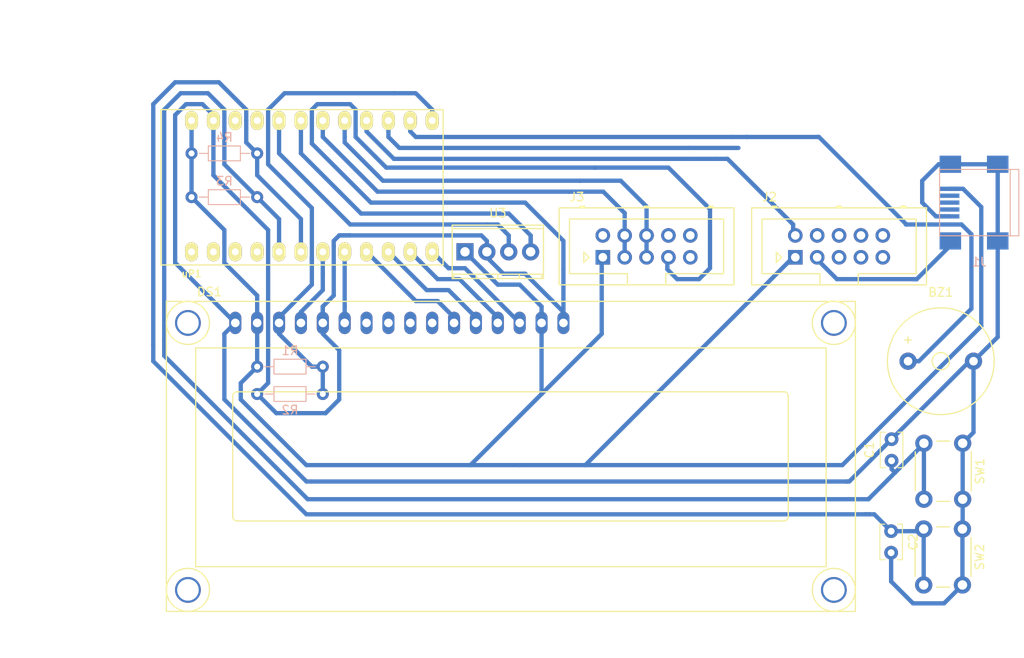
<source format=kicad_pcb>
(kicad_pcb (version 4) (host pcbnew 4.0.7)

  (general
    (links 56)
    (no_connects 6)
    (area 0 0 0 0)
    (thickness 1.6)
    (drawings 6)
    (tracks 293)
    (zones 0)
    (modules 15)
    (nets 40)
  )

  (page A4)
  (title_block
    (title "Velocimetro - Trabalho de Física I")
    (date 2017-11-12)
    (company "Melisse Cabral")
  )

  (layers
    (0 F.Cu signal)
    (31 B.Cu signal)
    (32 B.Adhes user)
    (33 F.Adhes user)
    (34 B.Paste user)
    (35 F.Paste user)
    (36 B.SilkS user)
    (37 F.SilkS user)
    (38 B.Mask user)
    (39 F.Mask user)
    (40 Dwgs.User user)
    (41 Cmts.User user)
    (42 Eco1.User user)
    (43 Eco2.User user)
    (44 Edge.Cuts user)
    (45 Margin user)
    (46 B.CrtYd user)
    (47 F.CrtYd user)
    (48 B.Fab user)
    (49 F.Fab user)
  )

  (setup
    (last_trace_width 0.5)
    (user_trace_width 0.5)
    (user_trace_width 1)
    (trace_clearance 0.2)
    (zone_clearance 0.508)
    (zone_45_only no)
    (trace_min 0.25)
    (segment_width 0.2)
    (edge_width 0.1)
    (via_size 0.6)
    (via_drill 0.4)
    (via_min_size 0.4)
    (via_min_drill 0.3)
    (uvia_size 0.3)
    (uvia_drill 0.1)
    (uvias_allowed no)
    (uvia_min_size 0.2)
    (uvia_min_drill 0.1)
    (pcb_text_width 0.3)
    (pcb_text_size 1.5 1.5)
    (mod_edge_width 0.15)
    (mod_text_size 1 1)
    (mod_text_width 0.15)
    (pad_size 1.5 1.5)
    (pad_drill 0.6)
    (pad_to_mask_clearance 0)
    (aux_axis_origin 0 0)
    (visible_elements 7FFFFFFF)
    (pcbplotparams
      (layerselection 0x00030_80000001)
      (usegerberextensions false)
      (excludeedgelayer true)
      (linewidth 0.100000)
      (plotframeref false)
      (viasonmask false)
      (mode 1)
      (useauxorigin false)
      (hpglpennumber 1)
      (hpglpenspeed 20)
      (hpglpendiameter 15)
      (hpglpenoverlay 2)
      (psnegative false)
      (psa4output false)
      (plotreference true)
      (plotvalue true)
      (plotinvisibletext false)
      (padsonsilk false)
      (subtractmaskfromsilk false)
      (outputformat 1)
      (mirror false)
      (drillshape 1)
      (scaleselection 1)
      (outputdirectory ""))
  )

  (net 0 "")
  (net 1 buzzer)
  (net 2 GND)
  (net 3 +5V)
  (net 4 v0)
  (net 5 rs)
  (net 6 e)
  (net 7 "Net-(DS1-Pad7)")
  (net 8 "Net-(DS1-Pad8)")
  (net 9 "Net-(DS1-Pad9)")
  (net 10 "Net-(DS1-Pad10)")
  (net 11 d4)
  (net 12 d5)
  (net 13 d6)
  (net 14 d7)
  (net 15 btn-1)
  (net 16 btn-2)
  (net 17 uS01-2)
  (net 18 uS01-3)
  (net 19 uS02-2)
  (net 20 uS02-3)
  (net 21 blue-TXD)
  (net 22 blue-RXD)
  (net 23 "Net-(uP1-Pad1)")
  (net 24 "Net-(uP1-Pad2)")
  (net 25 "Net-(uP1-Pad3)")
  (net 26 "Net-(uP1-Pad21)")
  (net 27 "Net-(uP1-Pad22)")
  (net 28 "Net-(J1-Pad2)")
  (net 29 "Net-(J1-Pad3)")
  (net 30 "Net-(J1-Pad4)")
  (net 31 "Net-(uP1-Pad4)")
  (net 32 "Net-(J2-Pad2)")
  (net 33 "Net-(J2-Pad8)")
  (net 34 "Net-(J2-Pad9)")
  (net 35 "Net-(J2-Pad10)")
  (net 36 "Net-(J3-Pad2)")
  (net 37 "Net-(J3-Pad8)")
  (net 38 "Net-(J3-Pad9)")
  (net 39 "Net-(J3-Pad10)")

  (net_class Default "This is the default net class."
    (clearance 0.2)
    (trace_width 0.25)
    (via_dia 0.6)
    (via_drill 0.4)
    (uvia_dia 0.3)
    (uvia_drill 0.1)
    (add_net +5V)
    (add_net GND)
    (add_net "Net-(DS1-Pad10)")
    (add_net "Net-(DS1-Pad7)")
    (add_net "Net-(DS1-Pad8)")
    (add_net "Net-(DS1-Pad9)")
    (add_net "Net-(J1-Pad2)")
    (add_net "Net-(J1-Pad3)")
    (add_net "Net-(J1-Pad4)")
    (add_net "Net-(J2-Pad10)")
    (add_net "Net-(J2-Pad2)")
    (add_net "Net-(J2-Pad8)")
    (add_net "Net-(J2-Pad9)")
    (add_net "Net-(J3-Pad10)")
    (add_net "Net-(J3-Pad2)")
    (add_net "Net-(J3-Pad8)")
    (add_net "Net-(J3-Pad9)")
    (add_net "Net-(uP1-Pad1)")
    (add_net "Net-(uP1-Pad2)")
    (add_net "Net-(uP1-Pad21)")
    (add_net "Net-(uP1-Pad22)")
    (add_net "Net-(uP1-Pad3)")
    (add_net "Net-(uP1-Pad4)")
    (add_net blue-RXD)
    (add_net blue-TXD)
    (add_net btn-1)
    (add_net btn-2)
    (add_net buzzer)
    (add_net d4)
    (add_net d5)
    (add_net d6)
    (add_net d7)
    (add_net e)
    (add_net rs)
    (add_net uS01-2)
    (add_net uS01-3)
    (add_net uS02-2)
    (add_net uS02-3)
    (add_net v0)
  )

  (net_class med ""
    (clearance 0.2)
    (trace_width 0.5)
    (via_dia 0.6)
    (via_drill 0.4)
    (uvia_dia 0.3)
    (uvia_drill 0.1)
  )

  (module Connectors:USB_Mini-B (layer B.Cu) (tedit 5543E571) (tstamp 5A083AE1)
    (at 131.445 41.91 180)
    (descr "USB Mini-B 5-pin SMD connector")
    (tags "USB USB_B USB_Mini connector")
    (path /5A07E96A)
    (attr smd)
    (fp_text reference J1 (at -0.65 -6.9 180) (layer B.SilkS)
      (effects (font (size 1 1) (thickness 0.15)) (justify mirror))
    )
    (fp_text value USB_OTG (at -0.65 7.1 180) (layer B.Fab)
      (effects (font (size 1 1) (thickness 0.15)) (justify mirror))
    )
    (fp_line (start -5.5 5.7) (end 4.2 5.7) (layer B.CrtYd) (width 0.05))
    (fp_line (start 4.2 5.7) (end 4.2 -5.7) (layer B.CrtYd) (width 0.05))
    (fp_line (start 4.2 -5.7) (end -5.5 -5.7) (layer B.CrtYd) (width 0.05))
    (fp_line (start -5.5 -5.7) (end -5.5 5.7) (layer B.CrtYd) (width 0.05))
    (fp_line (start -4.25 3.85) (end -4.25 -3.85) (layer B.SilkS) (width 0.12))
    (fp_line (start -5.25 3.85) (end -5.25 -3.85) (layer B.SilkS) (width 0.12))
    (fp_line (start -5.25 -3.85) (end 3.95 -3.85) (layer B.SilkS) (width 0.12))
    (fp_line (start 3.95 -3.85) (end 3.95 3.85) (layer B.SilkS) (width 0.12))
    (fp_line (start 3.95 3.85) (end -5.25 3.85) (layer B.SilkS) (width 0.12))
    (pad 1 smd rect (at 2.8 1.6 180) (size 2.3 0.5) (layers B.Cu B.Paste B.Mask)
      (net 3 +5V))
    (pad 2 smd rect (at 2.8 0.8 180) (size 2.3 0.5) (layers B.Cu B.Paste B.Mask)
      (net 28 "Net-(J1-Pad2)"))
    (pad 3 smd rect (at 2.8 0 180) (size 2.3 0.5) (layers B.Cu B.Paste B.Mask)
      (net 29 "Net-(J1-Pad3)"))
    (pad 4 smd rect (at 2.8 -0.8 180) (size 2.3 0.5) (layers B.Cu B.Paste B.Mask)
      (net 30 "Net-(J1-Pad4)"))
    (pad 5 smd rect (at 2.8 -1.6 180) (size 2.3 0.5) (layers B.Cu B.Paste B.Mask)
      (net 2 GND))
    (pad 6 smd rect (at 2.7 4.45 180) (size 2.5 2) (layers B.Cu B.Paste B.Mask)
      (net 2 GND))
    (pad 6 smd rect (at -2.8 4.45 180) (size 2.5 2) (layers B.Cu B.Paste B.Mask)
      (net 2 GND))
    (pad 6 smd rect (at 2.7 -4.45 180) (size 2.5 2) (layers B.Cu B.Paste B.Mask)
      (net 2 GND))
    (pad 6 smd rect (at -2.8 -4.45 180) (size 2.5 2) (layers B.Cu B.Paste B.Mask)
      (net 2 GND))
    (pad "" np_thru_hole circle (at 0.2 2.2 180) (size 0.9 0.9) (drill 0.9) (layers *.Cu *.Mask))
    (pad "" np_thru_hole circle (at 0.2 -2.2 180) (size 0.9 0.9) (drill 0.9) (layers *.Cu *.Mask))
  )

  (module Displays:WC1602A (layer F.Cu) (tedit 5A087531) (tstamp 5A07B279)
    (at 45.72 55.88)
    (descr http://www.kamami.pl/dl/wc1602a0.pdf)
    (tags "LCD 16x2 Alphanumeric 16pin")
    (path /59FCD203)
    (fp_text reference DS1 (at -2.99974 -3.59918) (layer F.SilkS)
      (effects (font (size 1 1) (thickness 0.15)))
    )
    (fp_text value LCD16X2 (at 31.99892 15.49908) (layer F.Fab)
      (effects (font (size 1 1) (thickness 0.15)))
    )
    (fp_line (start 0.20066 8.001) (end 63.70066 8.001) (layer F.SilkS) (width 0.15))
    (fp_line (start -0.29972 22.49932) (end -0.29972 8.49884) (layer F.SilkS) (width 0.15))
    (fp_line (start 63.70066 22.9997) (end 0.20066 22.9997) (layer F.SilkS) (width 0.15))
    (fp_line (start 64.20104 8.49884) (end 64.20104 22.49932) (layer F.SilkS) (width 0.15))
    (fp_arc (start 63.70066 8.49884) (end 63.70066 8.001) (angle 90) (layer F.SilkS) (width 0.15))
    (fp_arc (start 63.70066 22.49932) (end 64.20104 22.49932) (angle 90) (layer F.SilkS) (width 0.15))
    (fp_arc (start 0.20066 22.49932) (end 0.20066 22.9997) (angle 90) (layer F.SilkS) (width 0.15))
    (fp_arc (start 0.20066 8.49884) (end -0.29972 8.49884) (angle 90) (layer F.SilkS) (width 0.15))
    (fp_line (start -4.59994 2.90068) (end 68.60032 2.90068) (layer F.SilkS) (width 0.15))
    (fp_line (start 68.60032 2.90068) (end 68.60032 28.30068) (layer F.SilkS) (width 0.15))
    (fp_line (start 68.60032 28.30068) (end -4.59994 28.30068) (layer F.SilkS) (width 0.15))
    (fp_line (start -4.59994 28.30068) (end -4.59994 2.90068) (layer F.SilkS) (width 0.15))
    (fp_circle (center 69.49948 0) (end 71.99884 0) (layer F.SilkS) (width 0.15))
    (fp_circle (center 69.49948 31.0007) (end 71.99884 31.0007) (layer F.SilkS) (width 0.15))
    (fp_circle (center -5.4991 31.0007) (end -8.001 31.0007) (layer F.SilkS) (width 0.15))
    (fp_circle (center -5.4991 0) (end -2.99974 0) (layer F.SilkS) (width 0.15))
    (fp_line (start -8.001 -2.49936) (end 71.99884 -2.49936) (layer F.SilkS) (width 0.15))
    (fp_line (start 71.99884 -2.49936) (end 71.99884 33.50006) (layer F.SilkS) (width 0.15))
    (fp_line (start 71.99884 33.50006) (end -8.001 33.50006) (layer F.SilkS) (width 0.15))
    (fp_line (start -8.001 33.50006) (end -8.001 -2.49936) (layer F.SilkS) (width 0.15))
    (pad 1 thru_hole oval (at 0 0) (size 1.4 2.6) (drill 1) (layers *.Cu *.Mask)
      (net 2 GND))
    (pad 2 thru_hole oval (at 2.54 0) (size 1.4 2.6) (drill 1) (layers *.Cu *.Mask)
      (net 3 +5V))
    (pad 3 thru_hole oval (at 5.08 0) (size 1.4 2.6) (drill 1) (layers *.Cu *.Mask)
      (net 4 v0))
    (pad 4 thru_hole oval (at 7.62 0) (size 1.4 2.6) (drill 1) (layers *.Cu *.Mask)
      (net 5 rs))
    (pad 5 thru_hole oval (at 10.16 0) (size 1.4 2.6) (drill 1) (layers *.Cu *.Mask)
      (net 2 GND))
    (pad 6 thru_hole oval (at 12.7 0) (size 1.4 2.6) (drill 1) (layers *.Cu *.Mask)
      (net 6 e))
    (pad 7 thru_hole oval (at 15.24 0) (size 1.4 2.6) (drill 1) (layers *.Cu *.Mask)
      (net 7 "Net-(DS1-Pad7)"))
    (pad 8 thru_hole oval (at 17.78 0) (size 1.4 2.6) (drill 1) (layers *.Cu *.Mask)
      (net 8 "Net-(DS1-Pad8)"))
    (pad 9 thru_hole oval (at 20.32 0) (size 1.4 2.6) (drill 1) (layers *.Cu *.Mask)
      (net 9 "Net-(DS1-Pad9)"))
    (pad 10 thru_hole oval (at 22.86 0) (size 1.4 2.6) (drill 1) (layers *.Cu *.Mask)
      (net 10 "Net-(DS1-Pad10)"))
    (pad 11 thru_hole oval (at 25.4 0) (size 1.4 2.6) (drill 1) (layers *.Cu *.Mask)
      (net 11 d4))
    (pad 12 thru_hole oval (at 27.94 0) (size 1.4 2.6) (drill 1) (layers *.Cu *.Mask)
      (net 12 d5))
    (pad 13 thru_hole oval (at 30.48 0) (size 1.4 2.6) (drill 1) (layers *.Cu *.Mask)
      (net 13 d6))
    (pad 14 thru_hole oval (at 33.02 0) (size 1.4 2.6) (drill 1) (layers *.Cu *.Mask)
      (net 14 d7))
    (pad 15 thru_hole oval (at 35.56 0) (size 1.4 2.6) (drill 1) (layers *.Cu *.Mask)
      (net 3 +5V))
    (pad 16 thru_hole oval (at 38.1 0) (size 1.4 2.6) (drill 1) (layers *.Cu *.Mask)
      (net 2 GND))
    (pad 0 thru_hole circle (at -5.4991 0) (size 3 3) (drill 2.5) (layers *.Cu *.Mask))
    (pad 0 thru_hole circle (at -5.4991 31.0007) (size 3 3) (drill 2.5) (layers *.Cu *.Mask))
    (pad 0 thru_hole circle (at 69.49948 31.0007) (size 3 3) (drill 2.5) (layers *.Cu *.Mask))
    (pad 0 thru_hole circle (at 69.49948 0) (size 3 3) (drill 2.5) (layers *.Cu *.Mask))
  )

  (module mysensors_arduino:pro_mini (layer F.Cu) (tedit 55A3E6CB) (tstamp 5A07B2E2)
    (at 54.61 40.005)
    (descr "IC, ARDUINO_PRO_MINI x 0,6\"")
    (tags "DIL ARDUINO PRO MINI")
    (path /5A07BFF0)
    (fp_text reference uP1 (at -13.97 10.16) (layer F.SilkS)
      (effects (font (size 0.8 0.8) (thickness 0.16)))
    )
    (fp_text value arduino_pro_mini (at 0 0) (layer F.Fab) hide
      (effects (font (size 0.8 0.8) (thickness 0.16)))
    )
    (fp_line (start 15.24 9.144) (end 15.24 -8.89) (layer F.SilkS) (width 0.15))
    (fp_line (start -17.526 -8.89) (end -17.526 9.144) (layer F.SilkS) (width 0.15))
    (fp_line (start 15.24 9.144) (end -17.526 9.144) (layer F.SilkS) (width 0.15))
    (fp_line (start -17.526 -8.89) (end 15.24 -8.89) (layer F.SilkS) (width 0.15))
    (pad 1 thru_hole oval (at -13.97 7.62) (size 1.50114 2.19964) (drill 0.8001) (layers *.Cu *.Mask F.SilkS)
      (net 23 "Net-(uP1-Pad1)"))
    (pad 2 thru_hole oval (at -11.43 7.62) (size 1.50114 2.19964) (drill 0.8001) (layers *.Cu *.Mask F.SilkS)
      (net 24 "Net-(uP1-Pad2)"))
    (pad 3 thru_hole oval (at -8.89 7.62) (size 1.50114 2.19964) (drill 0.8001) (layers *.Cu *.Mask F.SilkS)
      (net 25 "Net-(uP1-Pad3)"))
    (pad 4 thru_hole oval (at -6.35 7.62) (size 1.50114 2.19964) (drill 0.8001) (layers *.Cu *.Mask F.SilkS)
      (net 31 "Net-(uP1-Pad4)"))
    (pad 5 thru_hole oval (at -3.81 7.62) (size 1.50114 2.19964) (drill 0.8001) (layers *.Cu *.Mask F.SilkS)
      (net 15 btn-1))
    (pad 6 thru_hole oval (at -1.27 7.62) (size 1.50114 2.19964) (drill 0.8001) (layers *.Cu *.Mask F.SilkS)
      (net 16 btn-2))
    (pad 7 thru_hole oval (at 1.27 7.62) (size 1.50114 2.19964) (drill 0.8001) (layers *.Cu *.Mask F.SilkS)
      (net 5 rs))
    (pad 8 thru_hole oval (at 3.81 7.62) (size 1.50114 2.19964) (drill 0.8001) (layers *.Cu *.Mask F.SilkS)
      (net 6 e))
    (pad 9 thru_hole oval (at 6.35 7.62) (size 1.50114 2.19964) (drill 0.8001) (layers *.Cu *.Mask F.SilkS)
      (net 11 d4))
    (pad 10 thru_hole oval (at 8.89 7.62) (size 1.50114 2.19964) (drill 0.8001) (layers *.Cu *.Mask F.SilkS)
      (net 12 d5))
    (pad 11 thru_hole oval (at 11.43 7.62) (size 1.50114 2.19964) (drill 0.8001) (layers *.Cu *.Mask F.SilkS)
      (net 13 d6))
    (pad 12 thru_hole oval (at 13.97 7.62) (size 1.50114 2.19964) (drill 0.8001) (layers *.Cu *.Mask F.SilkS)
      (net 14 d7))
    (pad 13 thru_hole oval (at 13.97 -7.62) (size 1.50114 2.19964) (drill 0.8001) (layers *.Cu *.Mask F.SilkS)
      (net 4 v0))
    (pad 14 thru_hole oval (at 11.43 -7.62) (size 1.50114 2.19964) (drill 0.8001) (layers *.Cu *.Mask F.SilkS)
      (net 1 buzzer))
    (pad 15 thru_hole oval (at 8.89 -7.62) (size 1.50114 2.19964) (drill 0.8001) (layers *.Cu *.Mask F.SilkS)
      (net 18 uS01-3))
    (pad 16 thru_hole oval (at 6.35 -7.62) (size 1.50114 2.19964) (drill 0.8001) (layers *.Cu *.Mask F.SilkS)
      (net 17 uS01-2))
    (pad 17 thru_hole oval (at 3.81 -7.62) (size 1.50114 2.19964) (drill 0.8001) (layers *.Cu *.Mask F.SilkS)
      (net 20 uS02-3))
    (pad 18 thru_hole oval (at 1.27 -7.62) (size 1.50114 2.19964) (drill 0.8001) (layers *.Cu *.Mask F.SilkS)
      (net 19 uS02-2))
    (pad 19 thru_hole oval (at -1.27 -7.62) (size 1.50114 2.19964) (drill 0.8001) (layers *.Cu *.Mask F.SilkS)
      (net 22 blue-RXD))
    (pad 20 thru_hole oval (at -3.81 -7.62) (size 1.50114 2.19964) (drill 0.8001) (layers *.Cu *.Mask F.SilkS)
      (net 21 blue-TXD))
    (pad 21 thru_hole oval (at -6.35 -7.62) (size 1.50114 2.19964) (drill 0.8001) (layers *.Cu *.Mask F.SilkS)
      (net 26 "Net-(uP1-Pad21)"))
    (pad 22 thru_hole oval (at -8.89 -7.62) (size 1.50114 2.19964) (drill 0.8001) (layers *.Cu *.Mask F.SilkS)
      (net 27 "Net-(uP1-Pad22)"))
    (pad 23 thru_hole oval (at -11.43 -7.62) (size 1.50114 2.19964) (drill 0.8001) (layers *.Cu *.Mask F.SilkS)
      (net 2 GND))
    (pad 24 thru_hole oval (at -13.97 -7.62) (size 1.50114 2.19964) (drill 0.8001) (layers *.Cu *.Mask F.SilkS)
      (net 3 +5V))
    (model Socket_Strips.3dshapes/Socket_Strip_Straight_1x02.wrl
      (at (xyz -0.15 0.2 0))
      (scale (xyz 1 1 1))
      (rotate (xyz 0 0 0))
    )
    (model Socket_Strips.3dshapes/Socket_Strip_Straight_1x03.wrl
      (at (xyz 0.55 0.1 0))
      (scale (xyz 1 1 1))
      (rotate (xyz 0 0 90))
    )
    (model Socket_Strips.3dshapes/Socket_Strip_Straight_1x12.wrl
      (at (xyz 0 0.3 0))
      (scale (xyz 1 1 1))
      (rotate (xyz 0 0 0))
    )
    (model Socket_Strips.3dshapes/Socket_Strip_Straight_1x12.wrl
      (at (xyz 0 -0.3 0))
      (scale (xyz 1 1 1))
      (rotate (xyz 0 0 0))
    )
    (model Socket_Strips.3dshapes/Socket_Strip_Straight_1x02.wrl
      (at (xyz 0.25 0.2 0))
      (scale (xyz 1 1 1))
      (rotate (xyz 0 0 0))
    )
    (model ${MYSLOCAL}/mysensors.3dshapes/mysensors_arduino.3dshapes/arduino_pro_mini.wrl
      (at (xyz -0.05 0 0.48))
      (scale (xyz 0.395 0.395 0.395))
      (rotate (xyz 0 0 180))
    )
    (model SMD_Packages.3dshapes/TQFP-32.wrl
      (at (xyz 0.05 0 0.5125))
      (scale (xyz 1 1 1))
      (rotate (xyz 0 0 315))
    )
    (model Pin_Headers.3dshapes/Pin_Header_Straight_1x12.wrl
      (at (xyz 0 -0.3 0.445))
      (scale (xyz 1 1 1))
      (rotate (xyz 0 180 0))
    )
    (model Pin_Headers.3dshapes/Pin_Header_Straight_1x12.wrl
      (at (xyz 0 0.3 0.445))
      (scale (xyz 1 1 1))
      (rotate (xyz 0 180 0))
    )
    (model Pin_Headers.3dshapes/Pin_Header_Straight_1x03.wrl
      (at (xyz 0.55 0.1 0.445))
      (scale (xyz 1 1 1))
      (rotate (xyz 0 180 90))
    )
    (model Pin_Headers.3dshapes/Pin_Header_Straight_1x02.wrl
      (at (xyz 0.25 0.2 0.445))
      (scale (xyz 1 1 1))
      (rotate (xyz 0 180 0))
    )
    (model Pin_Headers.3dshapes/Pin_Header_Straight_1x02.wrl
      (at (xyz -0.15 0.2 0.445))
      (scale (xyz 1 1 1))
      (rotate (xyz 0 180 0))
    )
    (model ${MYSLOCAL}/mysensors.3dshapes/w.lain.3dshapes/smd_leds/led_0603.wrl
      (at (xyz -0.3 0 0.5125))
      (scale (xyz 1 1 1))
      (rotate (xyz 0 0 0))
    )
    (model ${MYSLOCAL}/mysensors.3dshapes/w.lain.3dshapes/smd_leds/led_0603.wrl
      (at (xyz 0.55 -0.175 0.5125))
      (scale (xyz 1 1 1))
      (rotate (xyz 0 0 0))
    )
    (model Pin_Headers.3dshapes/Pin_Header_Angled_1x06.wrl
      (at (xyz -0.65 0 0.5125))
      (scale (xyz 1 1 1))
      (rotate (xyz 0 0 270))
    )
    (model Resistors_SMD.3dshapes/R_0603.wrl
      (at (xyz -0.3 -0.05 0.5125))
      (scale (xyz 1 1 1))
      (rotate (xyz 0 0 0))
    )
    (model Resistors_SMD.3dshapes/R_0603.wrl
      (at (xyz 0.55 -0.125 0.5125))
      (scale (xyz 1 1 1))
      (rotate (xyz 0 0 0))
    )
    (model Capacitors_SMD.3dshapes/C_0603.wrl
      (at (xyz -0.3 0.05 0.5125))
      (scale (xyz 1 1 1))
      (rotate (xyz 0 0 0))
    )
    (model Capacitors_Tantalum_SMD.3dshapes/TantalC_SizeS_EIA-3216.wrl
      (at (xyz -0.35 0.15 0.5125))
      (scale (xyz 1 1 1))
      (rotate (xyz 0 0 0))
    )
    (model Capacitors_Tantalum_SMD.3dshapes/TantalC_SizeS_EIA-3216.wrl
      (at (xyz -0.35 -0.15 0.5125))
      (scale (xyz 1 1 1))
      (rotate (xyz 0 0 0))
    )
    (model TO_SOT_Packages_SMD.3dshapes/SOT-23-5.wrl
      (at (xyz -0.4 0 0.5125))
      (scale (xyz 1 1 1))
      (rotate (xyz 0 0 90))
    )
    (model Capacitors_SMD.3dshapes/C_1210.wrl
      (at (xyz -0.5 0 0.5125))
      (scale (xyz 1 1 1))
      (rotate (xyz 0 0 90))
    )
  )

  (module Buzzers_Beepers:Buzzer_12x9.5RM7.6 (layer F.Cu) (tedit 5A0842AA) (tstamp 5A07B261)
    (at 127.635 60.325)
    (descr "Generic Buzzer, D12mm height 9.5mm with RM7.6mm")
    (tags buzzer)
    (path /5A078E0B)
    (fp_text reference BZ1 (at 0 -8.001) (layer F.SilkS)
      (effects (font (size 1 1) (thickness 0.15)))
    )
    (fp_text value Buzzer (at 0 3.175) (layer F.Fab)
      (effects (font (size 1 1) (thickness 0.15)))
    )
    (fp_circle (center 0 0) (end 1.00076 0) (layer F.SilkS) (width 0.15))
    (fp_text user + (at -3.81 -2.54) (layer F.SilkS)
      (effects (font (size 1 1) (thickness 0.15)))
    )
    (fp_circle (center 0 0) (end 6.20014 0) (layer F.SilkS) (width 0.15))
    (pad 1 thru_hole circle (at -3.79984 0) (size 2 2) (drill 1.00076) (layers *.Cu *.Mask)
      (net 1 buzzer))
    (pad 2 thru_hole circle (at 3.79984 0) (size 2 2) (drill 1.00076) (layers *.Cu *.Mask)
      (net 2 GND))
    (model Buzzers_Beepers.3dshapes/Buzzer_12x9.5RM7.6.wrl
      (at (xyz 0 0 0))
      (scale (xyz 4 4 4))
      (rotate (xyz 0 0 0))
    )
  )

  (module Resistors_THT:R_Axial_DIN0204_L3.6mm_D1.6mm_P7.62mm_Horizontal (layer B.Cu) (tedit 5874F706) (tstamp 5A07B27F)
    (at 55.88 60.96 180)
    (descr "Resistor, Axial_DIN0204 series, Axial, Horizontal, pin pitch=7.62mm, 0.16666666666666666W = 1/6W, length*diameter=3.6*1.6mm^2, http://cdn-reichelt.de/documents/datenblatt/B400/1_4W%23YAG.pdf")
    (tags "Resistor Axial_DIN0204 series Axial Horizontal pin pitch 7.62mm 0.16666666666666666W = 1/6W length 3.6mm diameter 1.6mm")
    (path /5A07D479)
    (fp_text reference R1 (at 3.81 1.86 180) (layer B.SilkS)
      (effects (font (size 1 1) (thickness 0.15)) (justify mirror))
    )
    (fp_text value 22k (at 3.81 -1.86 180) (layer B.Fab)
      (effects (font (size 1 1) (thickness 0.15)) (justify mirror))
    )
    (fp_line (start 2.01 0.8) (end 2.01 -0.8) (layer B.Fab) (width 0.1))
    (fp_line (start 2.01 -0.8) (end 5.61 -0.8) (layer B.Fab) (width 0.1))
    (fp_line (start 5.61 -0.8) (end 5.61 0.8) (layer B.Fab) (width 0.1))
    (fp_line (start 5.61 0.8) (end 2.01 0.8) (layer B.Fab) (width 0.1))
    (fp_line (start 0 0) (end 2.01 0) (layer B.Fab) (width 0.1))
    (fp_line (start 7.62 0) (end 5.61 0) (layer B.Fab) (width 0.1))
    (fp_line (start 1.95 0.86) (end 1.95 -0.86) (layer B.SilkS) (width 0.12))
    (fp_line (start 1.95 -0.86) (end 5.67 -0.86) (layer B.SilkS) (width 0.12))
    (fp_line (start 5.67 -0.86) (end 5.67 0.86) (layer B.SilkS) (width 0.12))
    (fp_line (start 5.67 0.86) (end 1.95 0.86) (layer B.SilkS) (width 0.12))
    (fp_line (start 0.88 0) (end 1.95 0) (layer B.SilkS) (width 0.12))
    (fp_line (start 6.74 0) (end 5.67 0) (layer B.SilkS) (width 0.12))
    (fp_line (start -0.95 1.15) (end -0.95 -1.15) (layer B.CrtYd) (width 0.05))
    (fp_line (start -0.95 -1.15) (end 8.6 -1.15) (layer B.CrtYd) (width 0.05))
    (fp_line (start 8.6 -1.15) (end 8.6 1.15) (layer B.CrtYd) (width 0.05))
    (fp_line (start 8.6 1.15) (end -0.95 1.15) (layer B.CrtYd) (width 0.05))
    (pad 1 thru_hole circle (at 0 0 180) (size 1.4 1.4) (drill 0.7) (layers *.Cu *.Mask)
      (net 4 v0))
    (pad 2 thru_hole oval (at 7.62 0 180) (size 1.4 1.4) (drill 0.7) (layers *.Cu *.Mask)
      (net 3 +5V))
    (model Resistors_THT.3dshapes/R_Axial_DIN0204_L3.6mm_D1.6mm_P7.62mm_Horizontal.wrl
      (at (xyz 0 0 0))
      (scale (xyz 0.393701 0.393701 0.393701))
      (rotate (xyz 0 0 0))
    )
  )

  (module Resistors_THT:R_Axial_DIN0204_L3.6mm_D1.6mm_P7.62mm_Horizontal (layer B.Cu) (tedit 5874F706) (tstamp 5A07B285)
    (at 48.26 64.135)
    (descr "Resistor, Axial_DIN0204 series, Axial, Horizontal, pin pitch=7.62mm, 0.16666666666666666W = 1/6W, length*diameter=3.6*1.6mm^2, http://cdn-reichelt.de/documents/datenblatt/B400/1_4W%23YAG.pdf")
    (tags "Resistor Axial_DIN0204 series Axial Horizontal pin pitch 7.62mm 0.16666666666666666W = 1/6W length 3.6mm diameter 1.6mm")
    (path /5A07D4BE)
    (fp_text reference R2 (at 3.81 1.86) (layer B.SilkS)
      (effects (font (size 1 1) (thickness 0.15)) (justify mirror))
    )
    (fp_text value 1k (at 3.81 -1.86) (layer B.Fab)
      (effects (font (size 1 1) (thickness 0.15)) (justify mirror))
    )
    (fp_line (start 2.01 0.8) (end 2.01 -0.8) (layer B.Fab) (width 0.1))
    (fp_line (start 2.01 -0.8) (end 5.61 -0.8) (layer B.Fab) (width 0.1))
    (fp_line (start 5.61 -0.8) (end 5.61 0.8) (layer B.Fab) (width 0.1))
    (fp_line (start 5.61 0.8) (end 2.01 0.8) (layer B.Fab) (width 0.1))
    (fp_line (start 0 0) (end 2.01 0) (layer B.Fab) (width 0.1))
    (fp_line (start 7.62 0) (end 5.61 0) (layer B.Fab) (width 0.1))
    (fp_line (start 1.95 0.86) (end 1.95 -0.86) (layer B.SilkS) (width 0.12))
    (fp_line (start 1.95 -0.86) (end 5.67 -0.86) (layer B.SilkS) (width 0.12))
    (fp_line (start 5.67 -0.86) (end 5.67 0.86) (layer B.SilkS) (width 0.12))
    (fp_line (start 5.67 0.86) (end 1.95 0.86) (layer B.SilkS) (width 0.12))
    (fp_line (start 0.88 0) (end 1.95 0) (layer B.SilkS) (width 0.12))
    (fp_line (start 6.74 0) (end 5.67 0) (layer B.SilkS) (width 0.12))
    (fp_line (start -0.95 1.15) (end -0.95 -1.15) (layer B.CrtYd) (width 0.05))
    (fp_line (start -0.95 -1.15) (end 8.6 -1.15) (layer B.CrtYd) (width 0.05))
    (fp_line (start 8.6 -1.15) (end 8.6 1.15) (layer B.CrtYd) (width 0.05))
    (fp_line (start 8.6 1.15) (end -0.95 1.15) (layer B.CrtYd) (width 0.05))
    (pad 1 thru_hole circle (at 0 0) (size 1.4 1.4) (drill 0.7) (layers *.Cu *.Mask)
      (net 2 GND))
    (pad 2 thru_hole oval (at 7.62 0) (size 1.4 1.4) (drill 0.7) (layers *.Cu *.Mask)
      (net 4 v0))
    (model Resistors_THT.3dshapes/R_Axial_DIN0204_L3.6mm_D1.6mm_P7.62mm_Horizontal.wrl
      (at (xyz 0 0 0))
      (scale (xyz 0.393701 0.393701 0.393701))
      (rotate (xyz 0 0 0))
    )
  )

  (module Resistors_THT:R_Axial_DIN0204_L3.6mm_D1.6mm_P7.62mm_Horizontal (layer B.Cu) (tedit 5874F706) (tstamp 5A07B28B)
    (at 48.26 41.275 180)
    (descr "Resistor, Axial_DIN0204 series, Axial, Horizontal, pin pitch=7.62mm, 0.16666666666666666W = 1/6W, length*diameter=3.6*1.6mm^2, http://cdn-reichelt.de/documents/datenblatt/B400/1_4W%23YAG.pdf")
    (tags "Resistor Axial_DIN0204 series Axial Horizontal pin pitch 7.62mm 0.16666666666666666W = 1/6W length 3.6mm diameter 1.6mm")
    (path /59FD0C09)
    (fp_text reference R3 (at 3.81 1.86 180) (layer B.SilkS)
      (effects (font (size 1 1) (thickness 0.15)) (justify mirror))
    )
    (fp_text value 1k (at 3.81 -1.86 180) (layer B.Fab)
      (effects (font (size 1 1) (thickness 0.15)) (justify mirror))
    )
    (fp_line (start 2.01 0.8) (end 2.01 -0.8) (layer B.Fab) (width 0.1))
    (fp_line (start 2.01 -0.8) (end 5.61 -0.8) (layer B.Fab) (width 0.1))
    (fp_line (start 5.61 -0.8) (end 5.61 0.8) (layer B.Fab) (width 0.1))
    (fp_line (start 5.61 0.8) (end 2.01 0.8) (layer B.Fab) (width 0.1))
    (fp_line (start 0 0) (end 2.01 0) (layer B.Fab) (width 0.1))
    (fp_line (start 7.62 0) (end 5.61 0) (layer B.Fab) (width 0.1))
    (fp_line (start 1.95 0.86) (end 1.95 -0.86) (layer B.SilkS) (width 0.12))
    (fp_line (start 1.95 -0.86) (end 5.67 -0.86) (layer B.SilkS) (width 0.12))
    (fp_line (start 5.67 -0.86) (end 5.67 0.86) (layer B.SilkS) (width 0.12))
    (fp_line (start 5.67 0.86) (end 1.95 0.86) (layer B.SilkS) (width 0.12))
    (fp_line (start 0.88 0) (end 1.95 0) (layer B.SilkS) (width 0.12))
    (fp_line (start 6.74 0) (end 5.67 0) (layer B.SilkS) (width 0.12))
    (fp_line (start -0.95 1.15) (end -0.95 -1.15) (layer B.CrtYd) (width 0.05))
    (fp_line (start -0.95 -1.15) (end 8.6 -1.15) (layer B.CrtYd) (width 0.05))
    (fp_line (start 8.6 -1.15) (end 8.6 1.15) (layer B.CrtYd) (width 0.05))
    (fp_line (start 8.6 1.15) (end -0.95 1.15) (layer B.CrtYd) (width 0.05))
    (pad 1 thru_hole circle (at 0 0 180) (size 1.4 1.4) (drill 0.7) (layers *.Cu *.Mask)
      (net 15 btn-1))
    (pad 2 thru_hole oval (at 7.62 0 180) (size 1.4 1.4) (drill 0.7) (layers *.Cu *.Mask)
      (net 3 +5V))
    (model Resistors_THT.3dshapes/R_Axial_DIN0204_L3.6mm_D1.6mm_P7.62mm_Horizontal.wrl
      (at (xyz 0 0 0))
      (scale (xyz 0.393701 0.393701 0.393701))
      (rotate (xyz 0 0 0))
    )
  )

  (module Resistors_THT:R_Axial_DIN0204_L3.6mm_D1.6mm_P7.62mm_Horizontal (layer B.Cu) (tedit 5874F706) (tstamp 5A07B291)
    (at 48.26 36.195 180)
    (descr "Resistor, Axial_DIN0204 series, Axial, Horizontal, pin pitch=7.62mm, 0.16666666666666666W = 1/6W, length*diameter=3.6*1.6mm^2, http://cdn-reichelt.de/documents/datenblatt/B400/1_4W%23YAG.pdf")
    (tags "Resistor Axial_DIN0204 series Axial Horizontal pin pitch 7.62mm 0.16666666666666666W = 1/6W length 3.6mm diameter 1.6mm")
    (path /59FD0C95)
    (fp_text reference R4 (at 3.81 1.86 180) (layer B.SilkS)
      (effects (font (size 1 1) (thickness 0.15)) (justify mirror))
    )
    (fp_text value 1k (at 3.81 -1.86 180) (layer B.Fab)
      (effects (font (size 1 1) (thickness 0.15)) (justify mirror))
    )
    (fp_line (start 2.01 0.8) (end 2.01 -0.8) (layer B.Fab) (width 0.1))
    (fp_line (start 2.01 -0.8) (end 5.61 -0.8) (layer B.Fab) (width 0.1))
    (fp_line (start 5.61 -0.8) (end 5.61 0.8) (layer B.Fab) (width 0.1))
    (fp_line (start 5.61 0.8) (end 2.01 0.8) (layer B.Fab) (width 0.1))
    (fp_line (start 0 0) (end 2.01 0) (layer B.Fab) (width 0.1))
    (fp_line (start 7.62 0) (end 5.61 0) (layer B.Fab) (width 0.1))
    (fp_line (start 1.95 0.86) (end 1.95 -0.86) (layer B.SilkS) (width 0.12))
    (fp_line (start 1.95 -0.86) (end 5.67 -0.86) (layer B.SilkS) (width 0.12))
    (fp_line (start 5.67 -0.86) (end 5.67 0.86) (layer B.SilkS) (width 0.12))
    (fp_line (start 5.67 0.86) (end 1.95 0.86) (layer B.SilkS) (width 0.12))
    (fp_line (start 0.88 0) (end 1.95 0) (layer B.SilkS) (width 0.12))
    (fp_line (start 6.74 0) (end 5.67 0) (layer B.SilkS) (width 0.12))
    (fp_line (start -0.95 1.15) (end -0.95 -1.15) (layer B.CrtYd) (width 0.05))
    (fp_line (start -0.95 -1.15) (end 8.6 -1.15) (layer B.CrtYd) (width 0.05))
    (fp_line (start 8.6 -1.15) (end 8.6 1.15) (layer B.CrtYd) (width 0.05))
    (fp_line (start 8.6 1.15) (end -0.95 1.15) (layer B.CrtYd) (width 0.05))
    (pad 1 thru_hole circle (at 0 0 180) (size 1.4 1.4) (drill 0.7) (layers *.Cu *.Mask)
      (net 16 btn-2))
    (pad 2 thru_hole oval (at 7.62 0 180) (size 1.4 1.4) (drill 0.7) (layers *.Cu *.Mask)
      (net 3 +5V))
    (model Resistors_THT.3dshapes/R_Axial_DIN0204_L3.6mm_D1.6mm_P7.62mm_Horizontal.wrl
      (at (xyz 0 0 0))
      (scale (xyz 0.393701 0.393701 0.393701))
      (rotate (xyz 0 0 0))
    )
  )

  (module Buttons_Switches_THT:SW_PUSH_6mm (layer F.Cu) (tedit 58134C96) (tstamp 5A07B299)
    (at 130.175 69.85 270)
    (descr https://www.omron.com/ecb/products/pdf/en-b3f.pdf)
    (tags "tact sw push 6mm")
    (path /59FD070F)
    (fp_text reference SW1 (at 3.25 -2 270) (layer F.SilkS)
      (effects (font (size 1 1) (thickness 0.15)))
    )
    (fp_text value SW_DIP_x01 (at 3.75 6.7 270) (layer F.Fab)
      (effects (font (size 1 1) (thickness 0.15)))
    )
    (fp_line (start 3.25 -0.75) (end 6.25 -0.75) (layer F.Fab) (width 0.1))
    (fp_line (start 6.25 -0.75) (end 6.25 5.25) (layer F.Fab) (width 0.1))
    (fp_line (start 6.25 5.25) (end 0.25 5.25) (layer F.Fab) (width 0.1))
    (fp_line (start 0.25 5.25) (end 0.25 -0.75) (layer F.Fab) (width 0.1))
    (fp_line (start 0.25 -0.75) (end 3.25 -0.75) (layer F.Fab) (width 0.1))
    (fp_line (start 7.75 6) (end 8 6) (layer F.CrtYd) (width 0.05))
    (fp_line (start 8 6) (end 8 5.75) (layer F.CrtYd) (width 0.05))
    (fp_line (start 7.75 -1.5) (end 8 -1.5) (layer F.CrtYd) (width 0.05))
    (fp_line (start 8 -1.5) (end 8 -1.25) (layer F.CrtYd) (width 0.05))
    (fp_line (start -1.5 -1.25) (end -1.5 -1.5) (layer F.CrtYd) (width 0.05))
    (fp_line (start -1.5 -1.5) (end -1.25 -1.5) (layer F.CrtYd) (width 0.05))
    (fp_line (start -1.5 5.75) (end -1.5 6) (layer F.CrtYd) (width 0.05))
    (fp_line (start -1.5 6) (end -1.25 6) (layer F.CrtYd) (width 0.05))
    (fp_line (start -1.25 -1.5) (end 7.75 -1.5) (layer F.CrtYd) (width 0.05))
    (fp_line (start -1.5 5.75) (end -1.5 -1.25) (layer F.CrtYd) (width 0.05))
    (fp_line (start 7.75 6) (end -1.25 6) (layer F.CrtYd) (width 0.05))
    (fp_line (start 8 -1.25) (end 8 5.75) (layer F.CrtYd) (width 0.05))
    (fp_line (start 1 5.5) (end 5.5 5.5) (layer F.SilkS) (width 0.15))
    (fp_line (start -0.25 1.5) (end -0.25 3) (layer F.SilkS) (width 0.15))
    (fp_line (start 5.5 -1) (end 1 -1) (layer F.SilkS) (width 0.15))
    (fp_line (start 6.75 3) (end 6.75 1.5) (layer F.SilkS) (width 0.15))
    (fp_circle (center 3.25 2.25) (end 1.25 2.5) (layer F.Fab) (width 0.1))
    (pad 2 thru_hole circle (at 0 4.5) (size 2 2) (drill 1.1) (layers *.Cu *.Mask)
      (net 15 btn-1))
    (pad 1 thru_hole circle (at 0 0) (size 2 2) (drill 1.1) (layers *.Cu *.Mask)
      (net 2 GND))
    (pad 2 thru_hole circle (at 6.5 4.5) (size 2 2) (drill 1.1) (layers *.Cu *.Mask)
      (net 15 btn-1))
    (pad 1 thru_hole circle (at 6.5 0) (size 2 2) (drill 1.1) (layers *.Cu *.Mask)
      (net 2 GND))
    (model Buttons_Switches_THT.3dshapes/SW_PUSH_6mm.wrl
      (at (xyz 0.005 0 0))
      (scale (xyz 0.3937 0.3937 0.3937))
      (rotate (xyz 0 0 0))
    )
  )

  (module Buttons_Switches_THT:SW_PUSH_6mm (layer F.Cu) (tedit 58134C96) (tstamp 5A07B2A1)
    (at 130.1496 79.8068 270)
    (descr https://www.omron.com/ecb/products/pdf/en-b3f.pdf)
    (tags "tact sw push 6mm")
    (path /59FD076F)
    (fp_text reference SW2 (at 3.25 -2 270) (layer F.SilkS)
      (effects (font (size 1 1) (thickness 0.15)))
    )
    (fp_text value SW_DIP_x01 (at 3.75 6.7 270) (layer F.Fab)
      (effects (font (size 1 1) (thickness 0.15)))
    )
    (fp_line (start 3.25 -0.75) (end 6.25 -0.75) (layer F.Fab) (width 0.1))
    (fp_line (start 6.25 -0.75) (end 6.25 5.25) (layer F.Fab) (width 0.1))
    (fp_line (start 6.25 5.25) (end 0.25 5.25) (layer F.Fab) (width 0.1))
    (fp_line (start 0.25 5.25) (end 0.25 -0.75) (layer F.Fab) (width 0.1))
    (fp_line (start 0.25 -0.75) (end 3.25 -0.75) (layer F.Fab) (width 0.1))
    (fp_line (start 7.75 6) (end 8 6) (layer F.CrtYd) (width 0.05))
    (fp_line (start 8 6) (end 8 5.75) (layer F.CrtYd) (width 0.05))
    (fp_line (start 7.75 -1.5) (end 8 -1.5) (layer F.CrtYd) (width 0.05))
    (fp_line (start 8 -1.5) (end 8 -1.25) (layer F.CrtYd) (width 0.05))
    (fp_line (start -1.5 -1.25) (end -1.5 -1.5) (layer F.CrtYd) (width 0.05))
    (fp_line (start -1.5 -1.5) (end -1.25 -1.5) (layer F.CrtYd) (width 0.05))
    (fp_line (start -1.5 5.75) (end -1.5 6) (layer F.CrtYd) (width 0.05))
    (fp_line (start -1.5 6) (end -1.25 6) (layer F.CrtYd) (width 0.05))
    (fp_line (start -1.25 -1.5) (end 7.75 -1.5) (layer F.CrtYd) (width 0.05))
    (fp_line (start -1.5 5.75) (end -1.5 -1.25) (layer F.CrtYd) (width 0.05))
    (fp_line (start 7.75 6) (end -1.25 6) (layer F.CrtYd) (width 0.05))
    (fp_line (start 8 -1.25) (end 8 5.75) (layer F.CrtYd) (width 0.05))
    (fp_line (start 1 5.5) (end 5.5 5.5) (layer F.SilkS) (width 0.15))
    (fp_line (start -0.25 1.5) (end -0.25 3) (layer F.SilkS) (width 0.15))
    (fp_line (start 5.5 -1) (end 1 -1) (layer F.SilkS) (width 0.15))
    (fp_line (start 6.75 3) (end 6.75 1.5) (layer F.SilkS) (width 0.15))
    (fp_circle (center 3.25 2.25) (end 1.25 2.5) (layer F.Fab) (width 0.1))
    (pad 2 thru_hole circle (at 0 4.5) (size 2 2) (drill 1.1) (layers *.Cu *.Mask)
      (net 16 btn-2))
    (pad 1 thru_hole circle (at 0 0) (size 2 2) (drill 1.1) (layers *.Cu *.Mask)
      (net 2 GND))
    (pad 2 thru_hole circle (at 6.5 4.5) (size 2 2) (drill 1.1) (layers *.Cu *.Mask)
      (net 16 btn-2))
    (pad 1 thru_hole circle (at 6.5 0) (size 2 2) (drill 1.1) (layers *.Cu *.Mask)
      (net 2 GND))
    (model Buttons_Switches_THT.3dshapes/SW_PUSH_6mm.wrl
      (at (xyz 0.005 0 0))
      (scale (xyz 0.3937 0.3937 0.3937))
      (rotate (xyz 0 0 0))
    )
  )

  (module TerminalBlock_Phoenix:TerminalBlock_Phoenix_MPT-2.54mm_4pol (layer F.Cu) (tedit 5A086377) (tstamp 5A083B26)
    (at 72.39 47.625)
    (descr "4-way 2.54mm pitch terminal block, Phoenix MPT series")
    (path /5A07DA8E)
    (fp_text reference U3 (at 3.81 -4.50088) (layer F.SilkS)
      (effects (font (size 1 1) (thickness 0.15)))
    )
    (fp_text value HC-05 (at 3.81 4.50088) (layer F.Fab)
      (effects (font (size 1 1) (thickness 0.15)))
    )
    (fp_line (start -1.778 -3.302) (end 9.398 -3.302) (layer F.CrtYd) (width 0.05))
    (fp_line (start -1.778 3.302) (end -1.778 -3.302) (layer F.CrtYd) (width 0.05))
    (fp_line (start 9.398 3.302) (end -1.778 3.302) (layer F.CrtYd) (width 0.05))
    (fp_line (start 9.398 -3.302) (end 9.398 3.302) (layer F.CrtYd) (width 0.05))
    (fp_line (start 9.11098 -3.0988) (end -1.49098 -3.0988) (layer F.SilkS) (width 0.15))
    (fp_line (start -1.49098 -2.70002) (end 9.11098 -2.70002) (layer F.SilkS) (width 0.15))
    (fp_line (start -1.49098 2.60096) (end 9.11098 2.60096) (layer F.SilkS) (width 0.15))
    (fp_line (start 9.11098 3.0988) (end -1.49098 3.0988) (layer F.SilkS) (width 0.15))
    (fp_line (start 6.30682 2.60096) (end 6.30682 3.0988) (layer F.SilkS) (width 0.15))
    (fp_line (start 3.81 2.60096) (end 3.81 3.0988) (layer F.SilkS) (width 0.15))
    (fp_line (start -1.28778 3.0988) (end -1.28778 2.60096) (layer F.SilkS) (width 0.15))
    (fp_line (start 8.91032 2.60096) (end 8.91032 3.0988) (layer F.SilkS) (width 0.15))
    (fp_line (start 1.31318 3.0988) (end 1.31318 2.60096) (layer F.SilkS) (width 0.15))
    (fp_line (start 9.10844 3.0988) (end 9.10844 -3.0988) (layer F.SilkS) (width 0.15))
    (fp_line (start -1.4859 -3.0988) (end -1.4859 3.0988) (layer F.SilkS) (width 0.15))
    (pad 4 thru_hole oval (at 7.62 0 180) (size 1.99898 1.99898) (drill 1.09728) (layers *.Cu *.Mask)
      (net 22 blue-RXD))
    (pad 1 thru_hole rect (at 0 0 180) (size 1.99898 1.99898) (drill oval 1.09728) (layers *.Cu *.Mask)
      (net 3 +5V))
    (pad 2 thru_hole oval (at 2.54 0 180) (size 1.99898 1.99898) (drill 1.09728) (layers *.Cu *.Mask)
      (net 2 GND))
    (pad 3 thru_hole oval (at 5.08 0 180) (size 1.99898 1.99898) (drill 1.09728) (layers *.Cu *.Mask)
      (net 21 blue-TXD))
    (model Terminal_Blocks.3dshapes/TerminalBlock_Pheonix_MPT-2.54mm_4pol.wrl
      (at (xyz 0.15 0 0))
      (scale (xyz 1 1 1))
      (rotate (xyz 0 0 0))
    )
  )

  (module Capacitors_THT:C_Rect_L4.0mm_W2.5mm_P2.50mm (layer F.Cu) (tedit 5A0A51F2) (tstamp 5A0A51AB)
    (at 121.92 71.882 90)
    (descr "C, Rect series, Radial, pin pitch=2.50mm, , length*width=4*2.5mm^2, Capacitor")
    (tags "C Rect series Radial pin pitch 2.50mm  length 4mm width 2.5mm Capacitor")
    (path /5A0A4B20)
    (fp_text reference C1 (at 1.25 -2.56 90) (layer F.SilkS)
      (effects (font (size 1 1) (thickness 0.15)))
    )
    (fp_text value 100n (at 1.25 2.56 90) (layer F.Fab)
      (effects (font (size 1 1) (thickness 0.15)))
    )
    (fp_line (start -0.75 -1.25) (end -0.75 1.25) (layer F.Fab) (width 0.1))
    (fp_line (start -0.75 1.25) (end 3.25 1.25) (layer F.Fab) (width 0.1))
    (fp_line (start 3.25 1.25) (end 3.25 -1.25) (layer F.Fab) (width 0.1))
    (fp_line (start 3.25 -1.25) (end -0.75 -1.25) (layer F.Fab) (width 0.1))
    (fp_line (start -0.81 -1.31) (end 3.31 -1.31) (layer F.SilkS) (width 0.12))
    (fp_line (start -0.81 1.31) (end 3.31 1.31) (layer F.SilkS) (width 0.12))
    (fp_line (start -0.81 -1.31) (end -0.81 -0.75) (layer F.SilkS) (width 0.12))
    (fp_line (start -0.81 0.75) (end -0.81 1.31) (layer F.SilkS) (width 0.12))
    (fp_line (start 3.31 -1.31) (end 3.31 -0.75) (layer F.SilkS) (width 0.12))
    (fp_line (start 3.31 0.75) (end 3.31 1.31) (layer F.SilkS) (width 0.12))
    (fp_line (start -1.1 -1.6) (end -1.1 1.6) (layer F.CrtYd) (width 0.05))
    (fp_line (start -1.1 1.6) (end 3.6 1.6) (layer F.CrtYd) (width 0.05))
    (fp_line (start 3.6 1.6) (end 3.6 -1.6) (layer F.CrtYd) (width 0.05))
    (fp_line (start 3.6 -1.6) (end -1.1 -1.6) (layer F.CrtYd) (width 0.05))
    (fp_text user %R (at 1.25 0 270) (layer F.Fab)
      (effects (font (size 1 1) (thickness 0.15)))
    )
    (pad 1 thru_hole circle (at 0 0 90) (size 1.6 1.6) (drill 0.8) (layers *.Cu *.Mask)
      (net 15 btn-1))
    (pad 2 thru_hole circle (at 2.5 0 90) (size 1.6 1.6) (drill 0.8) (layers *.Cu *.Mask)
      (net 2 GND))
    (model ${KISYS3DMOD}/Capacitors_THT.3dshapes/C_Rect_L4.0mm_W2.5mm_P2.50mm.wrl
      (at (xyz 0 0 0))
      (scale (xyz 1 1 1))
      (rotate (xyz 0 0 0))
    )
  )

  (module Capacitors_THT:C_Rect_L4.0mm_W2.5mm_P2.50mm (layer F.Cu) (tedit 597BC7C2) (tstamp 5A0A51B1)
    (at 121.8692 80.0608 270)
    (descr "C, Rect series, Radial, pin pitch=2.50mm, , length*width=4*2.5mm^2, Capacitor")
    (tags "C Rect series Radial pin pitch 2.50mm  length 4mm width 2.5mm Capacitor")
    (path /5A0A4B9D)
    (fp_text reference C2 (at 1.25 -2.56 270) (layer F.SilkS)
      (effects (font (size 1 1) (thickness 0.15)))
    )
    (fp_text value 100n (at 1.25 2.56 270) (layer F.Fab)
      (effects (font (size 1 1) (thickness 0.15)))
    )
    (fp_line (start -0.75 -1.25) (end -0.75 1.25) (layer F.Fab) (width 0.1))
    (fp_line (start -0.75 1.25) (end 3.25 1.25) (layer F.Fab) (width 0.1))
    (fp_line (start 3.25 1.25) (end 3.25 -1.25) (layer F.Fab) (width 0.1))
    (fp_line (start 3.25 -1.25) (end -0.75 -1.25) (layer F.Fab) (width 0.1))
    (fp_line (start -0.81 -1.31) (end 3.31 -1.31) (layer F.SilkS) (width 0.12))
    (fp_line (start -0.81 1.31) (end 3.31 1.31) (layer F.SilkS) (width 0.12))
    (fp_line (start -0.81 -1.31) (end -0.81 -0.75) (layer F.SilkS) (width 0.12))
    (fp_line (start -0.81 0.75) (end -0.81 1.31) (layer F.SilkS) (width 0.12))
    (fp_line (start 3.31 -1.31) (end 3.31 -0.75) (layer F.SilkS) (width 0.12))
    (fp_line (start 3.31 0.75) (end 3.31 1.31) (layer F.SilkS) (width 0.12))
    (fp_line (start -1.1 -1.6) (end -1.1 1.6) (layer F.CrtYd) (width 0.05))
    (fp_line (start -1.1 1.6) (end 3.6 1.6) (layer F.CrtYd) (width 0.05))
    (fp_line (start 3.6 1.6) (end 3.6 -1.6) (layer F.CrtYd) (width 0.05))
    (fp_line (start 3.6 -1.6) (end -1.1 -1.6) (layer F.CrtYd) (width 0.05))
    (fp_text user %R (at 1.25 0 270) (layer F.Fab)
      (effects (font (size 1 1) (thickness 0.15)))
    )
    (pad 1 thru_hole circle (at 0 0 270) (size 1.6 1.6) (drill 0.8) (layers *.Cu *.Mask)
      (net 16 btn-2))
    (pad 2 thru_hole circle (at 2.5 0 270) (size 1.6 1.6) (drill 0.8) (layers *.Cu *.Mask)
      (net 2 GND))
    (model ${KISYS3DMOD}/Capacitors_THT.3dshapes/C_Rect_L4.0mm_W2.5mm_P2.50mm.wrl
      (at (xyz 0 0 0))
      (scale (xyz 1 1 1))
      (rotate (xyz 0 0 0))
    )
  )

  (module Connectors_Multicomp:Multicomp_MC9A12-1034_2x05x2.54mm_Straight (layer F.Cu) (tedit 56C61E6B) (tstamp 5A0A51BF)
    (at 110.744 48.26)
    (descr http://www.farnell.com/datasheets/1520732.pdf)
    (tags "connector multicomp MC9A MC9A12")
    (path /5A0A615F)
    (fp_text reference J2 (at -3 -7) (layer F.SilkS)
      (effects (font (size 1 1) (thickness 0.15)))
    )
    (fp_text value Conn_02x05_Odd_Even (at 5.08 5) (layer F.Fab)
      (effects (font (size 1 1) (thickness 0.15)))
    )
    (fp_line (start -5.07 3.2) (end -5.07 -5.74) (layer F.SilkS) (width 0.15))
    (fp_line (start -5.07 -5.74) (end 15.23 -5.74) (layer F.SilkS) (width 0.15))
    (fp_line (start 15.23 -5.74) (end 15.23 3.2) (layer F.SilkS) (width 0.15))
    (fp_line (start 15.23 3.2) (end -5.07 3.2) (layer F.SilkS) (width 0.15))
    (fp_line (start 2.855 3.2) (end 2.855 1.9) (layer F.SilkS) (width 0.15))
    (fp_line (start 2.855 1.9) (end -3.87 1.9) (layer F.SilkS) (width 0.15))
    (fp_line (start -3.87 1.9) (end -3.87 -4.44) (layer F.SilkS) (width 0.15))
    (fp_line (start -3.87 -4.44) (end 14.03 -4.44) (layer F.SilkS) (width 0.15))
    (fp_line (start 14.03 -4.44) (end 14.03 1.9) (layer F.SilkS) (width 0.15))
    (fp_line (start 14.03 1.9) (end 7.305 1.9) (layer F.SilkS) (width 0.15))
    (fp_line (start 7.305 1.9) (end 7.305 3.2) (layer F.SilkS) (width 0.15))
    (fp_line (start 4.83 -5.74) (end 4.83 -5.94) (layer F.SilkS) (width 0.15))
    (fp_line (start 4.83 -5.94) (end 5.33 -5.94) (layer F.SilkS) (width 0.15))
    (fp_line (start 5.33 -5.94) (end 5.33 -5.74) (layer F.SilkS) (width 0.15))
    (fp_line (start 4.83 -5.84) (end 5.33 -5.84) (layer F.SilkS) (width 0.15))
    (fp_line (start 12.31 -5.74) (end 12.31 -5.94) (layer F.SilkS) (width 0.15))
    (fp_line (start 12.31 -5.94) (end 12.81 -5.94) (layer F.SilkS) (width 0.15))
    (fp_line (start 12.81 -5.94) (end 12.81 -5.74) (layer F.SilkS) (width 0.15))
    (fp_line (start 12.31 -5.84) (end 12.81 -5.84) (layer F.SilkS) (width 0.15))
    (fp_line (start -2.65 -5.74) (end -2.65 -5.94) (layer F.SilkS) (width 0.15))
    (fp_line (start -2.65 -5.94) (end -2.15 -5.94) (layer F.SilkS) (width 0.15))
    (fp_line (start -2.15 -5.94) (end -2.15 -5.74) (layer F.SilkS) (width 0.15))
    (fp_line (start -2.65 -5.84) (end -2.15 -5.84) (layer F.SilkS) (width 0.15))
    (fp_line (start -2.2 0.6) (end -2.2 -0.6) (layer F.SilkS) (width 0.15))
    (fp_line (start -2.2 -0.6) (end -1.6 0) (layer F.SilkS) (width 0.15))
    (fp_line (start -1.6 0) (end -2.2 0.6) (layer F.SilkS) (width 0.15))
    (fp_line (start -5.55 3.7) (end -5.55 -6.25) (layer F.CrtYd) (width 0.05))
    (fp_line (start -5.55 -6.25) (end 15.75 -6.25) (layer F.CrtYd) (width 0.05))
    (fp_line (start 15.75 -6.25) (end 15.75 3.7) (layer F.CrtYd) (width 0.05))
    (fp_line (start 15.75 3.7) (end -5.55 3.7) (layer F.CrtYd) (width 0.05))
    (pad 1 thru_hole rect (at 0 0) (size 1.7 1.7) (drill 1) (layers *.Cu *.Mask)
      (net 3 +5V))
    (pad 2 thru_hole circle (at 0 -2.54) (size 1.7 1.7) (drill 1) (layers *.Cu *.Mask)
      (net 32 "Net-(J2-Pad2)"))
    (pad 3 thru_hole circle (at 2.54 0) (size 1.7 1.7) (drill 1) (layers *.Cu *.Mask)
      (net 17 uS01-2))
    (pad 4 thru_hole circle (at 2.54 -2.54) (size 1.7 1.7) (drill 1) (layers *.Cu *.Mask)
      (net 17 uS01-2))
    (pad 5 thru_hole circle (at 5.08 0) (size 1.7 1.7) (drill 1) (layers *.Cu *.Mask)
      (net 18 uS01-3))
    (pad 6 thru_hole circle (at 5.08 -2.54) (size 1.7 1.7) (drill 1) (layers *.Cu *.Mask)
      (net 18 uS01-3))
    (pad 7 thru_hole circle (at 7.62 0) (size 1.7 1.7) (drill 1) (layers *.Cu *.Mask)
      (net 2 GND))
    (pad 8 thru_hole circle (at 7.62 -2.54) (size 1.7 1.7) (drill 1) (layers *.Cu *.Mask)
      (net 33 "Net-(J2-Pad8)"))
    (pad 9 thru_hole circle (at 10.16 0) (size 1.7 1.7) (drill 1) (layers *.Cu *.Mask)
      (net 34 "Net-(J2-Pad9)"))
    (pad 10 thru_hole circle (at 10.16 -2.54) (size 1.7 1.7) (drill 1) (layers *.Cu *.Mask)
      (net 35 "Net-(J2-Pad10)"))
  )

  (module Connectors_Multicomp:Multicomp_MC9A12-1034_2x05x2.54mm_Straight (layer F.Cu) (tedit 56C61E6B) (tstamp 5A0A51CD)
    (at 88.392 48.26)
    (descr http://www.farnell.com/datasheets/1520732.pdf)
    (tags "connector multicomp MC9A MC9A12")
    (path /5A0A58E8)
    (fp_text reference J3 (at -3 -7) (layer F.SilkS)
      (effects (font (size 1 1) (thickness 0.15)))
    )
    (fp_text value Conn_02x05_Odd_Even (at 5.08 5) (layer F.Fab)
      (effects (font (size 1 1) (thickness 0.15)))
    )
    (fp_line (start -5.07 3.2) (end -5.07 -5.74) (layer F.SilkS) (width 0.15))
    (fp_line (start -5.07 -5.74) (end 15.23 -5.74) (layer F.SilkS) (width 0.15))
    (fp_line (start 15.23 -5.74) (end 15.23 3.2) (layer F.SilkS) (width 0.15))
    (fp_line (start 15.23 3.2) (end -5.07 3.2) (layer F.SilkS) (width 0.15))
    (fp_line (start 2.855 3.2) (end 2.855 1.9) (layer F.SilkS) (width 0.15))
    (fp_line (start 2.855 1.9) (end -3.87 1.9) (layer F.SilkS) (width 0.15))
    (fp_line (start -3.87 1.9) (end -3.87 -4.44) (layer F.SilkS) (width 0.15))
    (fp_line (start -3.87 -4.44) (end 14.03 -4.44) (layer F.SilkS) (width 0.15))
    (fp_line (start 14.03 -4.44) (end 14.03 1.9) (layer F.SilkS) (width 0.15))
    (fp_line (start 14.03 1.9) (end 7.305 1.9) (layer F.SilkS) (width 0.15))
    (fp_line (start 7.305 1.9) (end 7.305 3.2) (layer F.SilkS) (width 0.15))
    (fp_line (start 4.83 -5.74) (end 4.83 -5.94) (layer F.SilkS) (width 0.15))
    (fp_line (start 4.83 -5.94) (end 5.33 -5.94) (layer F.SilkS) (width 0.15))
    (fp_line (start 5.33 -5.94) (end 5.33 -5.74) (layer F.SilkS) (width 0.15))
    (fp_line (start 4.83 -5.84) (end 5.33 -5.84) (layer F.SilkS) (width 0.15))
    (fp_line (start 12.31 -5.74) (end 12.31 -5.94) (layer F.SilkS) (width 0.15))
    (fp_line (start 12.31 -5.94) (end 12.81 -5.94) (layer F.SilkS) (width 0.15))
    (fp_line (start 12.81 -5.94) (end 12.81 -5.74) (layer F.SilkS) (width 0.15))
    (fp_line (start 12.31 -5.84) (end 12.81 -5.84) (layer F.SilkS) (width 0.15))
    (fp_line (start -2.65 -5.74) (end -2.65 -5.94) (layer F.SilkS) (width 0.15))
    (fp_line (start -2.65 -5.94) (end -2.15 -5.94) (layer F.SilkS) (width 0.15))
    (fp_line (start -2.15 -5.94) (end -2.15 -5.74) (layer F.SilkS) (width 0.15))
    (fp_line (start -2.65 -5.84) (end -2.15 -5.84) (layer F.SilkS) (width 0.15))
    (fp_line (start -2.2 0.6) (end -2.2 -0.6) (layer F.SilkS) (width 0.15))
    (fp_line (start -2.2 -0.6) (end -1.6 0) (layer F.SilkS) (width 0.15))
    (fp_line (start -1.6 0) (end -2.2 0.6) (layer F.SilkS) (width 0.15))
    (fp_line (start -5.55 3.7) (end -5.55 -6.25) (layer F.CrtYd) (width 0.05))
    (fp_line (start -5.55 -6.25) (end 15.75 -6.25) (layer F.CrtYd) (width 0.05))
    (fp_line (start 15.75 -6.25) (end 15.75 3.7) (layer F.CrtYd) (width 0.05))
    (fp_line (start 15.75 3.7) (end -5.55 3.7) (layer F.CrtYd) (width 0.05))
    (pad 1 thru_hole rect (at 0 0) (size 1.7 1.7) (drill 1) (layers *.Cu *.Mask)
      (net 3 +5V))
    (pad 2 thru_hole circle (at 0 -2.54) (size 1.7 1.7) (drill 1) (layers *.Cu *.Mask)
      (net 36 "Net-(J3-Pad2)"))
    (pad 3 thru_hole circle (at 2.54 0) (size 1.7 1.7) (drill 1) (layers *.Cu *.Mask)
      (net 19 uS02-2))
    (pad 4 thru_hole circle (at 2.54 -2.54) (size 1.7 1.7) (drill 1) (layers *.Cu *.Mask)
      (net 19 uS02-2))
    (pad 5 thru_hole circle (at 5.08 0) (size 1.7 1.7) (drill 1) (layers *.Cu *.Mask)
      (net 20 uS02-3))
    (pad 6 thru_hole circle (at 5.08 -2.54) (size 1.7 1.7) (drill 1) (layers *.Cu *.Mask)
      (net 20 uS02-3))
    (pad 7 thru_hole circle (at 7.62 0) (size 1.7 1.7) (drill 1) (layers *.Cu *.Mask)
      (net 2 GND))
    (pad 8 thru_hole circle (at 7.62 -2.54) (size 1.7 1.7) (drill 1) (layers *.Cu *.Mask)
      (net 37 "Net-(J3-Pad8)"))
    (pad 9 thru_hole circle (at 10.16 0) (size 1.7 1.7) (drill 1) (layers *.Cu *.Mask)
      (net 38 "Net-(J3-Pad9)"))
    (pad 10 thru_hole circle (at 10.16 -2.54) (size 1.7 1.7) (drill 1) (layers *.Cu *.Mask)
      (net 39 "Net-(J3-Pad10)"))
  )

  (dimension 62.23 (width 0.3) (layer Dwgs.User)
    (gr_text "62,230 mm" (at 24.685 63.5 270) (layer Dwgs.User)
      (effects (font (size 1.5 1.5) (thickness 0.3)))
    )
    (feature1 (pts (xy 35.56 94.615) (xy 23.335 94.615)))
    (feature2 (pts (xy 35.56 32.385) (xy 23.335 32.385)))
    (crossbar (pts (xy 26.035 32.385) (xy 26.035 94.615)))
    (arrow1a (pts (xy 26.035 94.615) (xy 25.448579 93.488496)))
    (arrow1b (pts (xy 26.035 94.615) (xy 26.621421 93.488496)))
    (arrow2a (pts (xy 26.035 32.385) (xy 25.448579 33.511504)))
    (arrow2b (pts (xy 26.035 32.385) (xy 26.621421 33.511504)))
  )
  (dimension 101.6 (width 0.3) (layer Dwgs.User)
    (gr_text "101,600 mm" (at 86.36 20.24) (layer Dwgs.User)
      (effects (font (size 1.5 1.5) (thickness 0.3)))
    )
    (feature1 (pts (xy 137.16 27.305) (xy 137.16 18.89)))
    (feature2 (pts (xy 35.56 27.305) (xy 35.56 18.89)))
    (crossbar (pts (xy 35.56 21.59) (xy 137.16 21.59)))
    (arrow1a (pts (xy 137.16 21.59) (xy 136.033496 22.176421)))
    (arrow1b (pts (xy 137.16 21.59) (xy 136.033496 21.003579)))
    (arrow2a (pts (xy 35.56 21.59) (xy 36.686504 22.176421)))
    (arrow2b (pts (xy 35.56 21.59) (xy 36.686504 21.003579)))
  )
  (gr_line (start 35.56 89.535) (end 35.56 27.305) (angle 90) (layer Margin) (width 0.2))
  (gr_line (start 137.16 89.535) (end 35.56 89.535) (angle 90) (layer Margin) (width 0.2))
  (gr_line (start 137.16 27.305) (end 137.16 89.535) (angle 90) (layer Margin) (width 0.2))
  (gr_line (start 35.56 27.305) (end 137.16 27.305) (angle 90) (layer Margin) (width 0.2))

  (segment (start 113.3348 34.29) (end 113.4872 34.29) (width 0.5) (layer B.Cu) (net 1))
  (segment (start 105.1052 34.29) (end 113.3348 34.29) (width 0.5) (layer B.Cu) (net 1))
  (segment (start 113.4872 34.29) (end 123.6472 44.45) (width 0.5) (layer B.Cu) (net 1) (tstamp 5A0A5410))
  (segment (start 123.571 44.45) (end 123.6472 44.45) (width 0.5) (layer B.Cu) (net 1))
  (segment (start 123.6472 44.45) (end 130.048 44.45) (width 0.5) (layer B.Cu) (net 1) (tstamp 5A0A5413))
  (segment (start 131.1275 45.5295) (end 130.048 44.45) (width 0.5) (layer B.Cu) (net 1) (tstamp 5A08905F))
  (segment (start 131.191 54.229) (end 131.191 45.593) (width 0.5) (layer B.Cu) (net 1))
  (segment (start 131.191 45.593) (end 131.1275 45.5295) (width 0.5) (layer B.Cu) (net 1) (tstamp 5A08907D))
  (segment (start 126.365 59.055) (end 131.191 54.229) (width 0.5) (layer B.Cu) (net 1) (tstamp 5A0880F7))
  (segment (start 131.1275 45.5295) (end 131.191 45.593) (width 0.5) (layer B.Cu) (net 1) (tstamp 5A089066))
  (segment (start 123.83516 60.325) (end 125.095 60.325) (width 0.5) (layer B.Cu) (net 1))
  (segment (start 125.095 60.325) (end 126.365 59.055) (width 0.5) (layer B.Cu) (net 1) (tstamp 5A088213))
  (segment (start 124.34316 60.325) (end 123.83516 60.325) (width 0.5) (layer B.Cu) (net 1) (tstamp 5A087C69))
  (segment (start 66.04 32.385) (end 66.04 33.655) (width 0.5) (layer B.Cu) (net 1))
  (segment (start 66.04 33.655) (end 66.675 34.29) (width 0.5) (layer B.Cu) (net 1) (tstamp 5A087B81))
  (segment (start 103.378 34.29) (end 105.1052 34.29) (width 0.5) (layer B.Cu) (net 1))
  (segment (start 105.1052 34.29) (end 105.156 34.29) (width 0.5) (layer B.Cu) (net 1) (tstamp 5A0A53FF))
  (segment (start 66.675 34.29) (end 103.378 34.29) (width 0.5) (layer B.Cu) (net 1) (tstamp 5A087B83))
  (segment (start 66.04 32.385) (end 66.04 33.02) (width 0.5) (layer B.Cu) (net 1) (status 30))
  (segment (start 134.245 46.36) (end 134.245 57.51484) (width 0.5) (layer B.Cu) (net 2) (status 400000))
  (segment (start 134.245 57.51484) (end 131.43484 60.325) (width 0.5) (layer B.Cu) (net 2) (tstamp 5A0A53D1) (status 800000))
  (segment (start 131.43484 60.325) (end 130.977 60.325) (width 0.5) (layer B.Cu) (net 2))
  (segment (start 130.977 60.325) (end 121.92 69.382) (width 0.5) (layer B.Cu) (net 2) (tstamp 5A0A53B1))
  (segment (start 116.6876 74.295) (end 117.007 74.295) (width 0.5) (layer B.Cu) (net 2))
  (segment (start 117.475 73.827) (end 121.92 69.382) (width 0.5) (layer B.Cu) (net 2) (tstamp 5A0A53A3))
  (segment (start 117.007 74.295) (end 117.475 73.827) (width 0.5) (layer B.Cu) (net 2) (tstamp 5A0A53AC))
  (segment (start 44.45 57.15) (end 44.45 64.77) (width 0.5) (layer B.Cu) (net 2) (tstamp 5A088166))
  (segment (start 45.72 55.88) (end 44.45 57.15) (width 0.5) (layer B.Cu) (net 2))
  (segment (start 54.61 74.295) (end 116.6876 74.295) (width 0.5) (layer B.Cu) (net 2) (tstamp 5A08818F))
  (segment (start 116.6876 74.295) (end 116.82984 74.295) (width 0.5) (layer B.Cu) (net 2) (tstamp 5A0A53AA))
  (segment (start 53.975 74.295) (end 54.61 74.295) (width 0.5) (layer B.Cu) (net 2) (tstamp 5A0881D1))
  (segment (start 44.45 64.77) (end 53.975 74.295) (width 0.5) (layer B.Cu) (net 2))
  (segment (start 121.8692 82.5608) (end 121.8692 85.9028) (width 0.5) (layer B.Cu) (net 2))
  (segment (start 128.0136 88.4428) (end 130.1496 86.3068) (width 0.5) (layer B.Cu) (net 2) (tstamp 5A0A5397))
  (segment (start 124.4092 88.4428) (end 128.0136 88.4428) (width 0.5) (layer B.Cu) (net 2) (tstamp 5A0A5395))
  (segment (start 121.8692 85.9028) (end 124.4092 88.4428) (width 0.5) (layer B.Cu) (net 2) (tstamp 5A0A5393))
  (segment (start 130.1496 79.8068) (end 130.1496 86.3068) (width 0.5) (layer B.Cu) (net 2))
  (segment (start 130.175 76.35) (end 130.175 79.7814) (width 0.5) (layer B.Cu) (net 2))
  (segment (start 130.175 79.7814) (end 130.1496 79.8068) (width 0.5) (layer B.Cu) (net 2) (tstamp 5A0A5373))
  (segment (start 87.376 37.846) (end 96.012 37.846) (width 0.5) (layer B.Cu) (net 2))
  (segment (start 95.885 49.657) (end 95.885 48.26) (width 0.5) (layer B.Cu) (net 2) (tstamp 5A0A4C78))
  (segment (start 97.028 50.8) (end 95.885 49.657) (width 0.5) (layer B.Cu) (net 2) (tstamp 5A0A4C75))
  (segment (start 99.568 50.8) (end 97.028 50.8) (width 0.5) (layer B.Cu) (net 2) (tstamp 5A0A4C71))
  (segment (start 100.838 49.53) (end 99.568 50.8) (width 0.5) (layer B.Cu) (net 2) (tstamp 5A0A4C6F))
  (segment (start 100.838 42.672) (end 100.838 49.53) (width 0.5) (layer B.Cu) (net 2) (tstamp 5A0A4C6C))
  (segment (start 96.012 37.846) (end 100.838 42.672) (width 0.5) (layer B.Cu) (net 2) (tstamp 5A0A4C6A))
  (segment (start 61.976 36.576) (end 63.246 37.846) (width 0.5) (layer B.Cu) (net 2))
  (segment (start 59.69 33.528) (end 59.69 34.29) (width 0.5) (layer B.Cu) (net 2) (tstamp 5A0A4C28))
  (segment (start 59.69 34.29) (end 61.976 36.576) (width 0.5) (layer B.Cu) (net 2) (tstamp 5A0A4C29))
  (segment (start 83.82 55.88) (end 83.82 51.435) (width 0.5) (layer B.Cu) (net 2))
  (segment (start 83.82 51.435) (end 83.82 49.657) (width 0.5) (layer B.Cu) (net 2) (tstamp 5A0879F5))
  (segment (start 83.82 49.657) (end 83.82 46.355) (width 0.5) (layer B.Cu) (net 2) (tstamp 5A087A5A))
  (segment (start 55.245 30.48) (end 59.055 30.48) (width 0.5) (layer B.Cu) (net 2) (tstamp 5A088308))
  (segment (start 54.61 35.052) (end 54.61 31.115) (width 0.5) (layer B.Cu) (net 2))
  (segment (start 54.61 31.115) (end 55.245 30.48) (width 0.5) (layer B.Cu) (net 2) (tstamp 5A087D0B))
  (segment (start 59.69 31.115) (end 59.055 30.48) (width 0.5) (layer B.Cu) (net 2))
  (segment (start 79.375 41.91) (end 61.468 41.91) (width 0.5) (layer B.Cu) (net 2))
  (segment (start 61.468 41.91) (end 54.61 35.052) (width 0.5) (layer B.Cu) (net 2) (tstamp 5A087C91))
  (segment (start 83.82 46.355) (end 79.375 41.91) (width 0.5) (layer B.Cu) (net 2) (tstamp 5A0877B0))
  (segment (start 59.69 31.115) (end 59.69 33.528) (width 0.5) (layer B.Cu) (net 2))
  (segment (start 63.246 37.846) (end 87.376 37.846) (width 0.5) (layer B.Cu) (net 2) (tstamp 5A0A4C49))
  (segment (start 87.376 37.846) (end 87.63 37.846) (width 0.5) (layer B.Cu) (net 2) (tstamp 5A0A4C68))
  (segment (start 134.245 37.46) (end 134.245 46.36) (width 0.5) (layer B.Cu) (net 2))
  (segment (start 128.745 37.46) (end 134.245 37.46) (width 0.5) (layer B.Cu) (net 2))
  (segment (start 128.645 43.51) (end 127.076 43.51) (width 0.5) (layer B.Cu) (net 2))
  (segment (start 127.076 43.51) (end 125.476 41.91) (width 0.5) (layer B.Cu) (net 2) (tstamp 5A098A86))
  (segment (start 125.476 41.91) (end 125.476 39.37) (width 0.5) (layer B.Cu) (net 2) (tstamp 5A098A8B))
  (segment (start 125.476 39.37) (end 127.386 37.46) (width 0.5) (layer B.Cu) (net 2) (tstamp 5A098A8D))
  (segment (start 127.386 37.46) (end 128.745 37.46) (width 0.5) (layer B.Cu) (net 2) (tstamp 5A098A98))
  (segment (start 125.095 50.545) (end 129.28 46.36) (width 0.5) (layer B.Cu) (net 2) (tstamp 5A0880D1))
  (segment (start 134.88 37.56) (end 134.78 37.46) (width 0.5) (layer B.Cu) (net 2) (tstamp 5A088E90))
  (segment (start 134.74192 46.85692) (end 134.245 46.36) (width 0.5) (layer B.Cu) (net 2) (tstamp 5A089097))
  (segment (start 131.43484 60.325) (end 131.43484 68.59016) (width 0.5) (layer B.Cu) (net 2))
  (segment (start 131.43484 68.59016) (end 130.175 69.85) (width 0.5) (layer B.Cu) (net 2) (tstamp 5A084B63))
  (segment (start 131.43484 60.325) (end 131.43484 60.33516) (width 0.5) (layer B.Cu) (net 2))
  (segment (start 131.43484 60.325) (end 131.43484 60.97016) (width 0.5) (layer B.Cu) (net 2))
  (segment (start 49.53 58.42) (end 49.53 62.865) (width 0.5) (layer B.Cu) (net 2))
  (segment (start 125.095 50.545) (end 124.84 50.8) (width 0.5) (layer B.Cu) (net 2))
  (segment (start 124.84 50.8) (end 124.46 50.8) (width 0.5) (layer B.Cu) (net 2) (tstamp 5A0880D7))
  (segment (start 115.57 50.8) (end 124.46 50.8) (width 0.5) (layer B.Cu) (net 2))
  (segment (start 124.46 50.8) (end 124.84 50.8) (width 0.5) (layer B.Cu) (net 2) (tstamp 5A0880DA))
  (segment (start 55.88 55.88) (end 55.88 53.975) (width 0.5) (layer B.Cu) (net 2))
  (segment (start 55.88 53.975) (end 57.15 52.705) (width 0.5) (layer B.Cu) (net 2) (tstamp 5A08807B))
  (segment (start 57.15 52.705) (end 57.15 46.99) (width 0.5) (layer B.Cu) (net 2) (tstamp 5A08807C))
  (segment (start 76.835 50.165) (end 74.93 48.26) (width 0.5) (layer B.Cu) (net 2))
  (segment (start 74.93 48.26) (end 74.93 47.625) (width 0.5) (layer B.Cu) (net 2) (tstamp 5A088046))
  (segment (start 83.82 55.88) (end 83.82 54.61) (width 0.5) (layer B.Cu) (net 2))
  (segment (start 83.82 54.61) (end 79.375 50.165) (width 0.5) (layer B.Cu) (net 2) (tstamp 5A088019))
  (segment (start 79.375 50.165) (end 76.835 50.165) (width 0.5) (layer B.Cu) (net 2) (tstamp 5A08801B))
  (segment (start 57.15 46.99) (end 57.15 46.355) (width 0.5) (layer B.Cu) (net 2))
  (segment (start 57.15 46.355) (end 57.785 45.72) (width 0.5) (layer B.Cu) (net 2) (tstamp 5A087F64))
  (segment (start 57.785 45.72) (end 59.055 45.72) (width 0.5) (layer B.Cu) (net 2) (tstamp 5A087F65))
  (segment (start 71.12 45.72) (end 59.055 45.72) (width 0.5) (layer B.Cu) (net 2))
  (segment (start 59.055 45.72) (end 57.785 45.72) (width 0.5) (layer B.Cu) (net 2) (tstamp 5A087F68))
  (segment (start 74.93 47.625) (end 74.93 46.355) (width 0.5) (layer B.Cu) (net 2))
  (segment (start 74.93 46.355) (end 74.295 45.72) (width 0.5) (layer B.Cu) (net 2) (tstamp 5A087F51))
  (segment (start 74.295 45.72) (end 71.12 45.72) (width 0.5) (layer B.Cu) (net 2) (tstamp 5A087F52))
  (segment (start 55.88 55.88) (end 55.88 53.975) (width 0.5) (layer B.Cu) (net 2))
  (segment (start 43.815 53.975) (end 45.72 55.88) (width 0.5) (layer B.Cu) (net 2))
  (segment (start 48.26 64.135) (end 49.53 62.865) (width 0.5) (layer B.Cu) (net 2))
  (segment (start 49.53 58.42) (end 49.53 45.085) (width 0.5) (layer B.Cu) (net 2) (tstamp 5A087EB9))
  (segment (start 49.53 45.085) (end 43.18 38.735) (width 0.5) (layer B.Cu) (net 2) (tstamp 5A08765E))
  (segment (start 43.18 38.735) (end 43.18 32.385) (width 0.5) (layer B.Cu) (net 2) (tstamp 5A087660))
  (segment (start 56.1975 66.3575) (end 56.515 66.04) (width 0.5) (layer B.Cu) (net 2) (tstamp 5A08718C))
  (segment (start 38.735 48.895) (end 43.815 53.975) (width 0.5) (layer B.Cu) (net 2) (tstamp 5A085AA8))
  (segment (start 56.1975 66.3575) (end 56.515 66.04) (width 0.5) (layer B.Cu) (net 2))
  (segment (start 56.515 66.04) (end 57.785 64.77) (width 0.5) (layer B.Cu) (net 2) (tstamp 5A087196))
  (segment (start 50.165 66.04) (end 50.4825 66.3575) (width 0.5) (layer B.Cu) (net 2) (tstamp 5A086741))
  (segment (start 48.26 64.135) (end 50.165 66.04) (width 0.5) (layer B.Cu) (net 2))
  (segment (start 50.4825 66.3575) (end 56.1975 66.3575) (width 0.5) (layer B.Cu) (net 2))
  (segment (start 57.785 64.77) (end 57.785 59.055) (width 0.5) (layer B.Cu) (net 2))
  (segment (start 83.82 54.61) (end 83.82 55.88) (width 0.5) (layer B.Cu) (net 2) (tstamp 5A085FA1))
  (segment (start 38.735 48.26) (end 38.735 48.895) (width 0.5) (layer B.Cu) (net 2))
  (segment (start 38.735 31.75) (end 38.735 48.26) (width 0.5) (layer B.Cu) (net 2) (tstamp 5A085270))
  (segment (start 43.18 32.385) (end 43.18 31.75) (width 0.5) (layer B.Cu) (net 2) (status 30))
  (segment (start 130.175 69.85) (end 130.175 76.35) (width 0.5) (layer B.Cu) (net 2))
  (segment (start 55.88 55.88) (end 55.88 57.15) (width 0.5) (layer B.Cu) (net 2) (status 30))
  (segment (start 55.88 57.15) (end 57.785 59.055) (width 0.5) (layer B.Cu) (net 2) (tstamp 5A0848D6) (status 10))
  (segment (start 41.91 30.48) (end 40.005 30.48) (width 0.5) (layer B.Cu) (net 2) (tstamp 5A08526A))
  (segment (start 40.005 30.48) (end 38.735 31.75) (width 0.5) (layer B.Cu) (net 2) (tstamp 5A08526D))
  (segment (start 43.18 31.75) (end 41.91 30.48) (width 0.5) (layer B.Cu) (net 2) (tstamp 5A085267) (status 10))
  (segment (start 128.645 40.31) (end 130.226 40.31) (width 0.5) (layer B.Cu) (net 3))
  (segment (start 130.226 40.31) (end 132.334 42.418) (width 0.5) (layer B.Cu) (net 3) (tstamp 5A089007))
  (segment (start 132.334 42.418) (end 132.334 56.261) (width 0.5) (layer B.Cu) (net 3) (tstamp 5A089009))
  (segment (start 90.805 67.945) (end 86.36 72.39) (width 0.5) (layer B.Cu) (net 3))
  (segment (start 81.28 64.135) (end 73.025 72.39) (width 0.5) (layer B.Cu) (net 3))
  (segment (start 78.74 72.39) (end 86.36 72.39) (width 0.5) (layer B.Cu) (net 3))
  (segment (start 86.36 72.39) (end 116.205 72.39) (width 0.5) (layer B.Cu) (net 3) (tstamp 5A0881FA))
  (segment (start 116.205 72.39) (end 120.65 67.945) (width 0.5) (layer B.Cu) (net 3) (tstamp 5A0881E0))
  (segment (start 125.73 62.865) (end 120.65 67.945) (width 0.5) (layer B.Cu) (net 3))
  (segment (start 76.2 51.435) (end 78.74 51.435) (width 0.5) (layer B.Cu) (net 3))
  (segment (start 78.74 51.435) (end 81.28 53.975) (width 0.5) (layer B.Cu) (net 3) (tstamp 5A088068))
  (segment (start 81.28 53.975) (end 81.28 55.88) (width 0.5) (layer B.Cu) (net 3) (tstamp 5A088069))
  (segment (start 81.28 54.61) (end 81.28 55.88) (width 0.5) (layer B.Cu) (net 3) (tstamp 5A088060))
  (segment (start 72.39 47.625) (end 74.295 49.53) (width 0.5) (layer B.Cu) (net 3))
  (segment (start 74.295 49.53) (end 76.2 51.435) (width 0.5) (layer B.Cu) (net 3) (tstamp 5A088022))
  (segment (start 48.26 55.88) (end 48.26 52.705) (width 0.5) (layer B.Cu) (net 3))
  (segment (start 81.28 55.88) (end 81.28 64.135) (width 0.5) (layer B.Cu) (net 3))
  (segment (start 88.265 57.15) (end 81.28 64.135) (width 0.5) (layer B.Cu) (net 3) (tstamp 5A0876F5))
  (segment (start 90.805 67.945) (end 95.885 62.865) (width 0.5) (layer B.Cu) (net 3) (tstamp 5A087699))
  (segment (start 53.975 72.39) (end 73.025 72.39) (width 0.5) (layer B.Cu) (net 3))
  (segment (start 73.025 72.39) (end 78.74 72.39) (width 0.5) (layer B.Cu) (net 3) (tstamp 5A0881F6))
  (segment (start 48.26 60.96) (end 46.99 62.23) (width 0.5) (layer B.Cu) (net 3))
  (segment (start 46.99 62.23) (end 46.355 62.865) (width 0.5) (layer B.Cu) (net 3) (tstamp 5A0871F4))
  (segment (start 46.355 62.865) (end 46.355 64.77) (width 0.5) (layer B.Cu) (net 3) (tstamp 5A0871F5))
  (segment (start 46.355 64.77) (end 53.975 72.39) (width 0.5) (layer B.Cu) (net 3) (tstamp 5A0871F6))
  (segment (start 40.64 41.275) (end 44.45 45.085) (width 0.5) (layer B.Cu) (net 3))
  (segment (start 48.26 52.705) (end 44.45 48.895) (width 0.5) (layer B.Cu) (net 3) (tstamp 5A085284) (status 10))
  (segment (start 44.45 48.895) (end 44.45 45.085) (width 0.5) (layer B.Cu) (net 3) (tstamp 5A085287))
  (segment (start 125.73 62.865) (end 132.334 56.261) (width 0.5) (layer B.Cu) (net 3) (tstamp 5A085F42))
  (segment (start 48.26 55.88) (end 48.26 54.61) (width 0.5) (layer B.Cu) (net 3) (status 30))
  (segment (start 40.64 41.275) (end 40.64 36.83) (width 0.5) (layer B.Cu) (net 3))
  (segment (start 40.64 36.83) (end 40.64 36.195) (width 0.5) (layer B.Cu) (net 3) (tstamp 5A08509E))
  (segment (start 40.64 32.385) (end 40.64 36.195) (width 0.5) (layer B.Cu) (net 3) (status 10))
  (segment (start 48.26 60.96) (end 48.26 55.88) (width 0.5) (layer B.Cu) (net 3) (status 20))
  (segment (start 88.265 49.53) (end 88.265 57.15) (width 0.5) (layer B.Cu) (net 3) (tstamp 5A0876EC))
  (segment (start 88.265 48.26) (end 88.265 49.53) (width 0.5) (layer B.Cu) (net 3))
  (segment (start 110.49 48.26) (end 95.885 62.865) (width 0.5) (layer B.Cu) (net 3))
  (segment (start 50.8 55.88) (end 50.8 55.245) (width 0.5) (layer B.Cu) (net 4))
  (segment (start 50.8 55.245) (end 54.61 51.435) (width 0.5) (layer B.Cu) (net 4) (tstamp 5A088123))
  (segment (start 54.61 51.435) (end 54.61 48.26) (width 0.5) (layer B.Cu) (net 4) (tstamp 5A08812D))
  (segment (start 68.58 31.115) (end 68.58 32.385) (width 0.5) (layer B.Cu) (net 4) (tstamp 5A087813))
  (segment (start 55.88 60.96) (end 54.61 60.96) (width 0.5) (layer B.Cu) (net 4))
  (segment (start 54.61 60.96) (end 50.8 57.15) (width 0.5) (layer B.Cu) (net 4) (tstamp 5A087676))
  (segment (start 55.88 60.96) (end 55.88 64.135) (width 0.5) (layer B.Cu) (net 4))
  (segment (start 68.58 32.385) (end 68.58 31.115) (width 0.5) (layer B.Cu) (net 4))
  (segment (start 50.8 57.15) (end 50.8 55.88) (width 0.5) (layer B.Cu) (net 4) (tstamp 5A085846))
  (segment (start 54.61 42.545) (end 54.61 48.26) (width 0.5) (layer B.Cu) (net 4))
  (segment (start 54.61 48.26) (end 54.61 48.895) (width 0.5) (layer B.Cu) (net 4) (tstamp 5A088130))
  (segment (start 49.53 37.465) (end 54.61 42.545) (width 0.5) (layer B.Cu) (net 4) (tstamp 5A085228))
  (segment (start 68.58 32.385) (end 68.58 31.75) (width 0.5) (layer B.Cu) (net 4) (status 30))
  (segment (start 49.53 31.115) (end 51.435 29.21) (width 0.5) (layer B.Cu) (net 4))
  (segment (start 51.435 29.21) (end 64.135 29.21) (width 0.5) (layer B.Cu) (net 4) (tstamp 5A087801))
  (segment (start 49.53 31.115) (end 49.53 37.465) (width 0.5) (layer B.Cu) (net 4) (tstamp 5A085224))
  (segment (start 64.135 29.21) (end 66.675 29.21) (width 0.5) (layer B.Cu) (net 4))
  (segment (start 68.58 31.115) (end 66.802 29.337) (width 0.5) (layer B.Cu) (net 4))
  (segment (start 55.88 50.165) (end 55.88 52.07) (width 0.5) (layer B.Cu) (net 5))
  (segment (start 53.34 55.88) (end 53.34 54.61) (width 0.5) (layer B.Cu) (net 5) (status 10))
  (segment (start 55.88 50.165) (end 55.88 47.625) (width 0.5) (layer B.Cu) (net 5) (tstamp 5A084889) (status 20))
  (segment (start 53.34 54.61) (end 55.88 52.07) (width 0.5) (layer B.Cu) (net 5) (tstamp 5A084886))
  (segment (start 58.42 53.975) (end 58.42 55.88) (width 0.5) (layer B.Cu) (net 6))
  (segment (start 58.42 53.975) (end 58.42 47.625) (width 0.5) (layer B.Cu) (net 6) (status 10))
  (segment (start 66.675 53.34) (end 69.215 53.34) (width 0.5) (layer B.Cu) (net 11))
  (segment (start 69.215 53.34) (end 71.12 55.245) (width 0.5) (layer B.Cu) (net 11) (tstamp 5A087F78))
  (segment (start 71.12 55.245) (end 71.12 55.88) (width 0.5) (layer B.Cu) (net 11) (tstamp 5A087F79))
  (segment (start 60.96 47.625) (end 66.675 53.34) (width 0.5) (layer B.Cu) (net 11))
  (segment (start 70.485 52.07) (end 73.66 55.245) (width 0.5) (layer B.Cu) (net 12))
  (segment (start 73.66 55.245) (end 73.66 55.88) (width 0.5) (layer B.Cu) (net 12) (tstamp 5A087F84))
  (segment (start 70.485 52.07) (end 67.945 52.07) (width 0.5) (layer B.Cu) (net 12) (tstamp 5A087AA3))
  (segment (start 67.945 52.07) (end 63.5 47.625) (width 0.5) (layer B.Cu) (net 12) (tstamp 5A087AA6))
  (segment (start 63.5 47.625) (end 63.5 48.26) (width 0.5) (layer B.Cu) (net 12) (status 30))
  (segment (start 69.215 50.8) (end 71.755 50.8) (width 0.5) (layer B.Cu) (net 13))
  (segment (start 71.755 50.8) (end 76.2 55.245) (width 0.5) (layer B.Cu) (net 13) (tstamp 5A087F99))
  (segment (start 76.2 55.245) (end 76.2 55.88) (width 0.5) (layer B.Cu) (net 13) (tstamp 5A087F9E))
  (segment (start 69.215 50.8) (end 66.04 47.625) (width 0.5) (layer B.Cu) (net 13) (tstamp 5A087A96))
  (segment (start 66.04 47.625) (end 66.04 47.625) (width 0.5) (layer B.Cu) (net 13) (status 30))
  (segment (start 70.485 49.53) (end 72.39 49.53) (width 0.5) (layer B.Cu) (net 14))
  (segment (start 72.39 49.53) (end 78.74 55.88) (width 0.5) (layer B.Cu) (net 14) (tstamp 5A087FE0))
  (segment (start 78.74 55.245) (end 78.74 55.88) (width 0.5) (layer B.Cu) (net 14) (tstamp 5A087FD3))
  (segment (start 78.74 55.88) (end 78.74 55.118) (width 0.5) (layer B.Cu) (net 14))
  (segment (start 70.485 49.53) (end 68.58 47.625) (width 0.5) (layer B.Cu) (net 14) (tstamp 5A087A86))
  (segment (start 121.92 71.882) (end 121.92 72.8472) (width 0.5) (layer B.Cu) (net 15))
  (segment (start 121.92 72.8472) (end 122.3264 73.2536) (width 0.5) (layer B.Cu) (net 15) (tstamp 5A0A539C))
  (segment (start 39.37 29.21) (end 37.465 31.115) (width 0.5) (layer B.Cu) (net 15) (tstamp 5A0867E9))
  (segment (start 42.545 29.21) (end 39.37 29.21) (width 0.5) (layer B.Cu) (net 15) (tstamp 5A0867E8))
  (segment (start 44.45 31.115) (end 42.545 29.21) (width 0.5) (layer B.Cu) (net 15) (tstamp 5A0867E7))
  (segment (start 37.465 57.785) (end 37.465 59.69) (width 0.5) (layer B.Cu) (net 15))
  (segment (start 37.465 57.785) (end 37.465 31.115) (width 0.5) (layer B.Cu) (net 15))
  (segment (start 44.45 37.465) (end 44.45 31.115) (width 0.5) (layer B.Cu) (net 15) (tstamp 5A0867E5))
  (segment (start 54.125 76.35) (end 119.23 76.35) (width 0.5) (layer B.Cu) (net 15))
  (segment (start 125.675 69.85) (end 125.675 76.35) (width 0.5) (layer B.Cu) (net 15))
  (segment (start 125.675 69.85) (end 125.675 69.905) (width 0.5) (layer B.Cu) (net 15))
  (segment (start 125.675 69.905) (end 122.3264 73.2536) (width 0.5) (layer B.Cu) (net 15) (tstamp 5A08824A))
  (segment (start 122.3264 73.2536) (end 119.23 76.35) (width 0.5) (layer B.Cu) (net 15) (tstamp 5A0A539F))
  (segment (start 119.23 76.35) (end 119.38 76.2) (width 0.5) (layer B.Cu) (net 15) (tstamp 5A088251))
  (segment (start 54.125 76.35) (end 37.465 59.69) (width 0.5) (layer B.Cu) (net 15) (tstamp 5A087305))
  (segment (start 48.26 41.275) (end 44.45 37.465) (width 0.5) (layer B.Cu) (net 15))
  (segment (start 48.26 41.275) (end 50.8 43.815) (width 0.5) (layer B.Cu) (net 15))
  (segment (start 50.8 43.815) (end 50.8 47.625) (width 0.5) (layer B.Cu) (net 15) (tstamp 5A0867DB))
  (segment (start 121.8692 80.0608) (end 125.3956 80.0608) (width 0.5) (layer B.Cu) (net 16))
  (segment (start 125.3956 80.0608) (end 125.6496 79.8068) (width 0.5) (layer B.Cu) (net 16) (tstamp 5A0A5390))
  (segment (start 119.2784 78.105) (end 119.9134 78.105) (width 0.5) (layer B.Cu) (net 16))
  (segment (start 119.9134 78.105) (end 121.8692 80.0608) (width 0.5) (layer B.Cu) (net 16) (tstamp 5A0A538D))
  (segment (start 125.6496 79.8068) (end 125.6496 86.3068) (width 0.5) (layer B.Cu) (net 16))
  (segment (start 43.815 27.94) (end 46.99 31.115) (width 0.5) (layer B.Cu) (net 16))
  (segment (start 43.815 27.94) (end 38.735 27.94) (width 0.5) (layer B.Cu) (net 16) (tstamp 5A085D5F))
  (segment (start 46.99 31.115) (end 46.99 32.385) (width 0.5) (layer B.Cu) (net 16) (tstamp 5A085D65))
  (segment (start 38.735 27.94) (end 36.195 30.48) (width 0.5) (layer B.Cu) (net 16) (tstamp 5A085D25))
  (segment (start 36.195 58.42) (end 36.195 60.325) (width 0.5) (layer B.Cu) (net 16))
  (segment (start 36.195 58.42) (end 36.195 30.48) (width 0.5) (layer B.Cu) (net 16))
  (segment (start 118.872 78.105) (end 119.2784 78.105) (width 0.5) (layer B.Cu) (net 16))
  (segment (start 119.2784 78.105) (end 119.38 78.105) (width 0.5) (layer B.Cu) (net 16) (tstamp 5A0A538B))
  (segment (start 118.999 78.105) (end 118.872 78.105) (width 0.5) (layer B.Cu) (net 16) (tstamp 5A0882A9))
  (segment (start 118.872 78.105) (end 53.975 78.105) (width 0.5) (layer B.Cu) (net 16) (tstamp 5A0882CA))
  (segment (start 53.34 77.47) (end 53.975 78.105) (width 0.5) (layer B.Cu) (net 16))
  (segment (start 48.26 36.195) (end 48.26 38.735) (width 0.5) (layer B.Cu) (net 16))
  (segment (start 48.26 38.735) (end 53.34 43.815) (width 0.5) (layer B.Cu) (net 16) (tstamp 5A0877C9))
  (segment (start 53.34 77.47) (end 36.195 60.325) (width 0.5) (layer B.Cu) (net 16) (tstamp 5A08819F))
  (segment (start 46.99 34.925) (end 46.99 32.385) (width 0.5) (layer B.Cu) (net 16) (tstamp 5A085D1D))
  (segment (start 48.26 36.195) (end 46.99 34.925) (width 0.5) (layer B.Cu) (net 16))
  (segment (start 53.34 43.815) (end 53.34 47.625) (width 0.5) (layer B.Cu) (net 16) (tstamp 5A0877CE))
  (segment (start 113.03 48.26) (end 115.57 50.8) (width 0.5) (layer B.Cu) (net 17))
  (segment (start 60.96 33.655) (end 63.5 36.195) (width 0.5) (layer B.Cu) (net 17))
  (segment (start 63.5 36.195) (end 64.135 36.83) (width 0.5) (layer B.Cu) (net 17) (tstamp 5A087D4B))
  (segment (start 60.96 32.385) (end 60.96 33.655) (width 0.5) (layer B.Cu) (net 17))
  (segment (start 64.135 36.83) (end 101.6 36.83) (width 0.5) (layer B.Cu) (net 17) (tstamp 5A087D15))
  (segment (start 101.6 36.83) (end 102.87 36.83) (width 0.5) (layer B.Cu) (net 17))
  (segment (start 102.87 36.83) (end 110.49 44.45) (width 0.5) (layer B.Cu) (net 17) (tstamp 5A087DE3))
  (segment (start 98.425 35.56) (end 104.14 35.56) (width 0.5) (layer B.Cu) (net 17))
  (segment (start 64.77 35.56) (end 98.425 35.56) (width 0.5) (layer B.Cu) (net 17))
  (segment (start 63.5 34.29) (end 64.77 35.56) (width 0.5) (layer B.Cu) (net 17) (tstamp 5A087DCD))
  (segment (start 63.5 33.655) (end 63.5 34.29) (width 0.5) (layer B.Cu) (net 17) (tstamp 5A087DCC))
  (segment (start 63.5 32.385) (end 63.5 33.655) (width 0.5) (layer B.Cu) (net 18))
  (segment (start 63.5 32.385) (end 63.5 33.02) (width 0.5) (layer B.Cu) (net 18))
  (segment (start 63.5 32.385) (end 63.5 32.385) (width 0.5) (layer B.Cu) (net 18) (status 30))
  (segment (start 90.932 48.26) (end 90.932 45.72) (width 0.5) (layer B.Cu) (net 19) (status C00000))
  (segment (start 84.455 40.64) (end 88.4428 40.64) (width 0.5) (layer B.Cu) (net 19))
  (segment (start 55.88 32.385) (end 55.88 34.29) (width 0.5) (layer B.Cu) (net 19) (tstamp 5A08787D))
  (segment (start 59.69 38.1) (end 55.88 34.29) (width 0.5) (layer B.Cu) (net 19) (tstamp 5A087875))
  (segment (start 59.69 38.1) (end 61.595 40.005) (width 0.5) (layer B.Cu) (net 19))
  (segment (start 62.23 40.64) (end 84.455 40.64) (width 0.5) (layer B.Cu) (net 19) (tstamp 5A087DA0))
  (segment (start 61.595 40.005) (end 62.23 40.64) (width 0.5) (layer B.Cu) (net 19))
  (segment (start 90.932 43.1292) (end 90.932 45.72) (width 0.5) (layer B.Cu) (net 19) (tstamp 5A0A53F0) (status 800000))
  (segment (start 88.4428 40.64) (end 90.932 43.1292) (width 0.5) (layer B.Cu) (net 19) (tstamp 5A0A53EE))
  (segment (start 93.472 48.26) (end 93.472 45.72) (width 0.5) (layer B.Cu) (net 20) (status C00000))
  (segment (start 85.6996 39.37) (end 90.4748 39.37) (width 0.5) (layer B.Cu) (net 20))
  (segment (start 93.472 42.3672) (end 93.472 45.72) (width 0.5) (layer B.Cu) (net 20) (tstamp 5A0A53EA) (status 800000))
  (segment (start 90.4748 39.37) (end 93.472 42.3672) (width 0.5) (layer B.Cu) (net 20) (tstamp 5A0A53E8))
  (segment (start 62.23 38.735) (end 62.865 39.37) (width 0.5) (layer B.Cu) (net 20))
  (segment (start 62.865 39.37) (end 85.6996 39.37) (width 0.5) (layer B.Cu) (net 20) (tstamp 5A087DB0))
  (segment (start 85.6996 39.37) (end 85.725 39.37) (width 0.5) (layer B.Cu) (net 20) (tstamp 5A0A53E6))
  (segment (start 58.42 34.29) (end 58.42 34.925) (width 0.5) (layer B.Cu) (net 20))
  (segment (start 58.42 34.925) (end 62.23 38.735) (width 0.5) (layer B.Cu) (net 20) (tstamp 5A087D6A))
  (segment (start 58.42 32.385) (end 58.42 34.29) (width 0.5) (layer B.Cu) (net 20))
  (segment (start 58.42 32.385) (end 58.42 33.02) (width 0.5) (layer B.Cu) (net 20))
  (segment (start 74.93 44.45) (end 76.2 44.45) (width 0.5) (layer B.Cu) (net 21))
  (segment (start 76.2 44.45) (end 77.47 45.72) (width 0.5) (layer B.Cu) (net 21) (tstamp 5A087E15))
  (segment (start 74.93 44.45) (end 59.055 44.45) (width 0.5) (layer B.Cu) (net 21))
  (segment (start 59.055 44.45) (end 56.515 41.91) (width 0.5) (layer B.Cu) (net 21) (tstamp 5A087C75))
  (segment (start 50.8 36.195) (end 56.515 41.91) (width 0.5) (layer B.Cu) (net 21) (tstamp 5A0877DC))
  (segment (start 50.8 32.385) (end 50.8 36.195) (width 0.5) (layer B.Cu) (net 21))
  (segment (start 77.47 46.99) (end 77.47 45.72) (width 0.5) (layer B.Cu) (net 21))
  (segment (start 50.8 32.385) (end 50.8 33.02) (width 0.5) (layer B.Cu) (net 21))
  (segment (start 77.47 43.18) (end 60.325 43.18) (width 0.5) (layer B.Cu) (net 22))
  (segment (start 60.325 43.18) (end 57.785 40.64) (width 0.5) (layer B.Cu) (net 22) (tstamp 5A087C7E))
  (segment (start 57.785 40.64) (end 53.34 36.195) (width 0.5) (layer B.Cu) (net 22) (tstamp 5A0877E7))
  (segment (start 53.34 36.195) (end 53.34 32.385) (width 0.5) (layer B.Cu) (net 22) (tstamp 5A0877EA))
  (segment (start 77.47 43.18) (end 80.01 45.72) (width 0.5) (layer B.Cu) (net 22))
  (segment (start 80.01 45.72) (end 80.01 46.99) (width 0.5) (layer B.Cu) (net 22) (tstamp 5A087780))
  (segment (start 80.01 46.99) (end 80.01 45.72) (width 0.5) (layer B.Cu) (net 22))
  (segment (start 53.34 32.385) (end 53.34 33.02) (width 0.5) (layer B.Cu) (net 22))
  (segment (start 53.34 32.385) (end 53.34 32.385) (width 0.5) (layer B.Cu) (net 22) (status 30))
  (segment (start 110.49 45.72) (end 110.49 44.45) (width 0.5) (layer B.Cu) (net 32))

)

</source>
